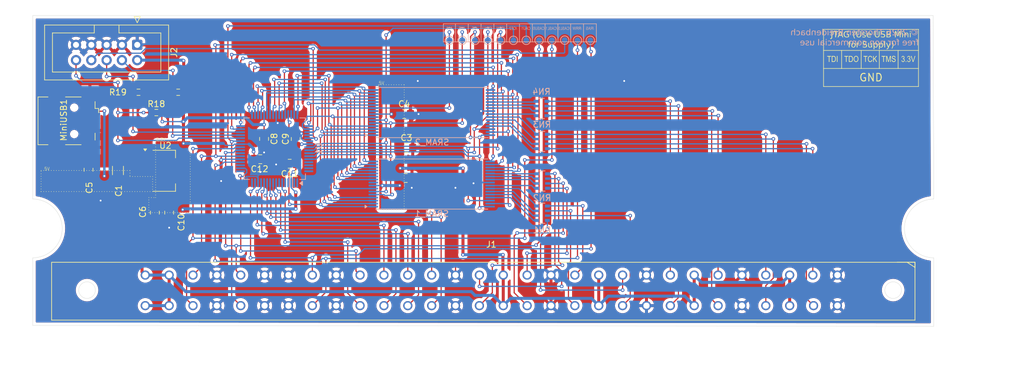
<source format=kicad_pcb>
(kicad_pcb (version 20241229) (generator "pcbnew") (generator_version "9.0")
  (layers (0 "F.Cu" signal) (2 "B.Cu" signal) (13 "F.Paste" user) (15 "B.Paste" user) (5 "F.SilkS" user "F.Silkscreen") (7 "B.SilkS" user "B.Silkscreen") (1 "F.Mask" user) (3 "B.Mask" user) (25 "Edge.Cuts" user))
  (net 0 "")
  (net 1 "+3.3V")
  (net 2 "D15")
  (net 3 "sram_a0")
  (net 4 "{slash}ce1_l")
  (net 5 "{slash}RAS")
  (net 6 "sram_a4")
  (net 7 "sram_a6")
  (net 8 "D1")
  (net 9 "sram_a15")
  (net 10 "sram_a3")
  (net 11 "{slash}we")
  (net 12 "D2")
  (net 13 "sram_a2")
  (net 14 "sram_a1")
  (net 15 "sram_a7")
  (net 16 "{slash}CASU0")
  (net 17 "D10")
  (net 18 "D13")
  (net 19 "{slash}oe")
  (net 20 "D0")
  (net 21 "sram_a10")
  (net 22 "sram_a16")
  (net 23 "sram_a13")
  (net 24 "sram_a14")
  (net 25 "sram_a9")
  (net 26 "sram_a8")
  (net 27 "sram_a11")
  (net 28 "ce2")
  (net 29 "D7")
  (net 30 "sram_a12")
  (net 31 "sram_a5")
  (net 32 "D6")
  (net 33 "DRA3")
  (net 34 "{slash}CASL0")
  (net 35 "DRA1")
  (net 36 "D11")
  (net 37 "DRA7")
  (net 38 "{slash}ce_1_u")
  (net 39 "D14")
  (net 40 "DRA2")
  (net 41 "D3")
  (net 42 "D9")
  (net 43 "DRA4")
  (net 44 "D12")
  (net 45 "DRA0")
  (net 46 "{slash}CASL1")
  (net 47 "{slash}RRW")
  (net 51 "TDI")
  (net 52 "D8")
  (net 53 "{slash}CASU1")
  (net 54 "D4")
  (net 63 "TCK")
  (net 64 "D5")
  (net 66 "DRA6")
  (net 67 "DRA5")
  (net 69 "TMS")
  (net 73 "GND")
  (net 74 "TDO")
  (net 75 "+5V")
  (net 78 "Net-(RN1-R4.1)")
  (net 79 "Net-(RN1-R1.1)")
  (net 80 "Net-(RN1-R3.1)")
  (net 81 "Net-(RN1-R2.1)")
  (net 82 "Net-(RN2-R3.1)")
  (net 83 "Net-(RN2-R4.1)")
  (net 84 "Net-(RN2-R1.1)")
  (net 85 "Net-(RN2-R2.1)")
  (net 86 "Net-(RN3-R3.2)")
  (net 87 "Net-(RN3-R2.2)")
  (net 88 "Net-(RN3-R1.2)")
  (net 89 "Net-(RN3-R4.2)")
  (net 90 "Net-(RN4-R2.2)")
  (net 91 "Net-(RN4-R4.2)")
  (net 92 "Net-(RN4-R3.2)")
  (net 93 "Net-(RN4-R1.2)")
  (footprint "Capacitor_SMD:C_0805_2012Metric_Pad1.18x1.45mm_HandSolder" (layer "F.Cu") (at 113.75 81.625 180)
    (property "Reference" "C11")
    (property "Value" "100nF")
  )
  (footprint "Capacitor_SMD:C_0805_2012Metric_Pad1.18x1.45mm_HandSolder" (layer "F.Cu") (at 80.375 82.625 90)
    (property "Reference" "C5")
    (property "Value" "100nF")
  )
  (footprint "Package_TO_SOT_SMD:SOT-223-3_TabPin2" (layer "F.Cu") (at 92.9 82.8)
    (property "Reference" "U2")
    (property "Value" "LD1117S33TR_SOT223")
  )
  (footprint "Connector_USB:USB_Mini-B_Wuerth_65100516121_Horizontal" (layer "F.Cu") (at 78 74.5 -90)
    (property "Reference" "MiniUSB1" (hide yes))
    (property "Value" "USB_Mini-B_Wuerth" (hide yes))
  )
  (footprint "Capacitor_SMD:C_0805_2012Metric_Pad1.18x1.45mm_HandSolder" (layer "F.Cu") (at 132.75 73.375)
    (property "Reference" "C4")
    (property "Value" "C_Small")
  )
  (footprint "Capacitor_SMD:C_0805_2012Metric_Pad1.18x1.45mm_HandSolder" (layer "F.Cu") (at 133 84)
    (property "Reference" "C2" (hide yes))
    (property "Value" "100nF")
  )
  (footprint "Connector_IDC:IDC-Header_2x05_P2.54mm_Vertical" (layer "F.Cu") (at 88.455 61.875 -90)
    (property "Reference" "J2")
    (property "Value" "Conn_02x05_Odd_Even")
  )
  (footprint "Resistor_SMD:R_0603_1608Metric_Pad0.98x0.95mm_HandSolder" (layer "F.Cu") (at 88.6625 69.75)
    (property "Reference" "R19")
    (property "Value" "10K")
  )
  (footprint "Amiga_diverse_Library:Connector_horizontal_amiga1.04_GREEN" (layer "F.Cu") (at 147.205 105.205)
    (property "Reference" "J1")
    (property "Value" "Front_Connector")
  )
  (footprint "Capacitor_SMD:C_0805_2012Metric_Pad1.18x1.45mm_HandSolder" (layer "F.Cu") (at 108.875 80.875)
    (property "Reference" "C12")
    (property "Value" "100nF")
  )
  (footprint "Capacitor_SMD:C_0805_2012Metric_Pad1.18x1.45mm_HandSolder" (layer "F.Cu") (at 91.375 89.75 -90)
    (property "Reference" "C6")
    (property "Value" "100nF")
  )
  (footprint "Capacitor_SMD:C_0805_2012Metric_Pad1.18x1.45mm_HandSolder" (layer "F.Cu") (at 93.75 89.75 -90)
    (property "Reference" "C10")
    (property "Value" "10uF")
  )
  (footprint "Capacitor_SMD:C_0805_2012Metric_Pad1.18x1.45mm_HandSolder" (layer "F.Cu") (at 114.75 77.5125 90)
    (property "Reference" "C9")
    (property "Value" "100nF")
  )
  (footprint "Capacitor_SMD:C_0805_2012Metric_Pad1.18x1.45mm_HandSolder" (layer "F.Cu") (at 133.125 79)
    (property "Reference" "C3")
    (property "Value" "10uF")
  )
  (footprint "Resistor_SMD:R_0603_1608Metric_Pad0.98x0.95mm_HandSolder" (layer "F.Cu") (at 91.625 73.125)
    (property "Reference" "R18")
    (property "Value" "10K")
  )
  (footprint "Capacitor_SMD:C_1206_3216Metric_Pad1.33x1.80mm_HandSolder" (layer "F.Cu") (at 85.25 82.75 90)
    (property "Reference" "C1")
    (property "Value" "22uF")
  )
  (footprint "Capacitor_SMD:C_0805_2012Metric_Pad1.18x1.45mm_HandSolder" (layer "F.Cu") (at 109.5 77.5 -90)
    (property "Reference" "C8")
    (property "Value" "100nF")
  )
  (footprint "Resistor_SMD:R_0603_1608Metric_Pad0.98x0.95mm_HandSolder" (layer "F.Cu") (at 95.25 69.75)
    (property "Reference" "R17" (hide yes))
    (property "Value" "10k")
  )
  (footprint "TestPoint:TestPoint_Pad_D1.0mm" (layer "B.Cu") (at 157.25 61.125 90)
    (property "Reference" "casl1" (hide yes))
    (property "Value" "TestPoint_Pad_D1.0mm" (hide yes))
  )
  (footprint "TestPoint:TestPoint_Pad_D1.0mm" (layer "B.Cu") (at 140.25 61.125 180)
    (property "Reference" "sram_A16" (hide yes))
    (property "Value" "TestPoint_Pad_D1.0mm" (hide yes))
  )
  (footprint "TestPoint:TestPoint_Pad_D1.0mm" (layer "B.Cu") (at 159.375 61.092714 180)
    (property "Reference" "casl0" (hide yes))
    (property "Value" "TestPoint_Pad_D1.0mm" (hide yes))
  )
  (footprint "TestPoint:TestPoint_Pad_D1.0mm" (layer "B.Cu") (at 148.75 61.125 180)
    (property "Reference" "ce1_l" (hide yes))
    (property "Value" "TestPoint_Pad_D1.0mm" (hide yes))
  )
  (footprint "TestPoint:TestPoint_Pad_D1.0mm" (layer "B.Cu") (at 142.375 61.125 180)
    (property "Reference" "/we" (hide yes))
    (property "Value" "TestPoint_Pad_D1.0mm" (hide yes))
  )
  (footprint "Resistor_SMD:R_Array_Convex_4x0603" (layer "B.Cu") (at 155.625 84.5)
    (property "Reference" "RN2")
    (property "Value" "33r")
  )
  (footprint "Resistor_SMD:R_Array_Convex_4x0603" (layer "B.Cu") (at 155.6 89.85)
    (property "Reference" "RN1")
    (property "Value" "33r")
  )
  (footprint "Package_SO:TSOP-I-32_18.4x8mm_P0.5mm" (layer "B.Cu") (at 137.3125 85)
    (property "Reference" "SRAM_1")
    (property "Value" "CY7C109D")
  )
  (footprint "TestPoint:TestPoint_Pad_D1.0mm" (layer "B.Cu") (at 155.125 61.125 90)
    (property "Reference" "/casu_0" (hide yes))
    (property "Value" "TestPoint_Pad_D1.0mm" (hide yes))
  )
  (footprint "Resistor_SMD:R_Array_Convex_4x0603" (layer "B.Cu") (at 155.525 72.45 180)
    (property "Reference" "RN4")
    (property "Value" "33r")
  )
  (footprint "TestPoint:TestPoint_Pad_D1.0mm" (layer "B.Cu") (at 161.5 61.125 180)
    (property "Reference" "/rrw" (hide yes))
    (property "Value" "TestPoint_Pad_D1.0mm" (hide yes))
  )
  (footprint "Resistor_SMD:R_Array_Convex_4x0603" (layer "B.Cu") (at 155.6 77.925 180)
    (property "Reference" "RN3")
    (property "Value" "33r")
  )
  (footprint "TestPoint:TestPoint_Pad_D1.0mm" (layer "B.Cu") (at 144.5 61.125 180)
    (property "Reference" "/oe" (hide yes))
    (property "Value" "TestPoint_Pad_D1.0mm" (hide yes))
  )
  (footprint "Package_SO:TSOP-I-32_18.4x8mm_P0.5mm" (layer "B.Cu") (at 137.375 73.125)
    (property "Reference" "SRAM_2")
    (property "Value" "CY7C109D")
  )
  (footprint "TestPoint:TestPoint_Pad_D1.0mm" (layer "B.Cu") (at 150.875 61.125 90)
    (property "Reference" "ce2" (hide yes))
    (property "Value" "TestPoint_Pad_D1.0mm" (hide yes))
  )
  (footprint "TestPoint:TestPoint_Pad_D1.0mm" (layer "B.Cu") (at 153 61.125 180)
    (property "Reference" "/casu_1" (hide yes))
    (property "Value" "TestPoint_Pad_D1.0mm" (hide yes))
  )
  (footprint "TestPoint:TestPoint_Pad_D1.0mm" (layer "B.Cu") (at 163.625 61.125 180)
    (property "Reference" "/ras" (hide yes))
    (property "Value" "TestPoint_Pad_D1.0mm" (hide yes))
  )
  (footprint "TestPoint:TestPoint_Pad_D1.0mm" (layer "B.Cu") (at 146.625 61.125 180)
    (property "Reference" "/ce1_u" (hide yes))
    (property "Value" "TestPoint_Pad_D1.0mm" (hide yes))
  )
  (footprint "Package_QFP:TQFP-64_10x10mm_P0.5mm" (layer "B.Cu") (at 111.25 79.125 90)
    (property "Reference" "U1")
    (property "Value" "XC9572XL-xxVQx64")
  )
  (gr_poly (pts (xy 128.5 68.5) (xy 132.75 68.5) (xy 132.738748 89.25) (xy 128.625 89.25)) (stroke (width 0.1) (type dot)) (fill no) (layer "F.SilkS"))
  (gr_poly (pts (xy 91.5 77.875) (xy 97.25 77.875) (xy 97.25 89.75) (xy 90.375 89.75) (xy 90.375 87.25) (xy 91.5 87.25)) (stroke (width 0.1) (type dot)) (fill no) (layer "F.SilkS"))
  (gr_poly (pts (xy 72.5 82.75) (xy 87.25 82.75) (xy 87.25 83.75) (xy 91 83.75) (xy 91 86.25) (xy 72.5 86.25)) (stroke (width 0.1) (type dot)) (fill no) (layer "F.SilkS"))
  (gr_arc (start 71.125 87.5) (mid 76 92.375) (end 71.125 97.25) (stroke (width 0.05)) (layer "Edge.Cuts"))
  (gr_circle (center 80.125 102.625) (end 81.5 102.625) (stroke (width 0.05)) (fill no) (layer "Edge.Cuts"))
  (gr_line (start 71.125 57) (end 220.5 57) (stroke (width 0.05)) (layer "Edge.Cuts"))
  (gr_line (start 220.625 97.25) (end 220.625 108.625) (stroke (width 0.05)) (layer "Edge.Cuts"))
  (gr_circle (center 213.875 102.625) (end 215.25 102.625) (stroke (width 0.05)) (fill no) (layer "Edge.Cuts"))
  (gr_arc (start 220.625 97.25) (mid 215.75 92.375) (end 220.625 87.5) (stroke (width 0.05)) (layer "Edge.Cuts"))
  (gr_line (start 71.125 87.5) (end 71.125 57) (stroke (width 0.05)) (layer "Edge.Cuts"))
  (gr_line (start 220.5 57) (end 220.625 87.5) (stroke (width 0.05)) (layer "Edge.Cuts"))
  (gr_line (start 71.125 108.5) (end 71.125 97.25) (stroke (width 0.05)) (layer "Edge.Cuts"))
  (gr_line (start 220.625 108.625) (end 71.125 108.5) (stroke (width 0.05)) (layer "Edge.Cuts"))
  (gr_text "5V" (at 128.5 68.5 0) (layer "F.SilkS") (effects (font (size 0.5 0.5) (thickness 0.05)) (justify left bottom)))
  (gr_text "5V" (at 73 82.75 0) (layer "F.SilkS") (effects (font (size 0.5 0.5) (thickness 0.05)) (justify left bottom)))
  (gr_text "3.3V" (at 91.5 77.875 0) (layer "F.SilkS") (effects (font (size 0.5 0.5) (thickness 0.05)) (justify left bottom)))
  (gr_text "© 2026 Thorsten Breidenbach\nfree for non commercial use" (at 218.125 62.125 0) (layer "B.SilkS") (effects (font (size 1 1) (thickness 0.1)) (justify left bottom mirror)))
  (table (column_count 12) (layer "B.SilkS") (border (external yes) (header yes) (stroke (width 0.1))) (separators (rows yes) (cols yes) (stroke (width 0.1))) (column_widths 2 2.125 2.125 2.125 2.125 2.125 2.125 2.125 2.125 2.125 2.125 2.125) (row_heights 3) (cells (table_cell "A16" (start 139.25 58.375) (end 141.25 61.375) (margins 1.0025 0.5 1.0025 1.0025) (span 1 1) (layer "B.SilkS") (effects (font (face "Arial Narrow") (size 0.5 0.5)) (justify top mirror))) (table_cell "/WE" (start 141.25 58.375) (end 143.375 61.375) (margins 1.0025 0.5 1.0025 1.0025) (span 1 1) (layer "B.SilkS") (effects (font (face "Arial Narrow") (size 0.5 0.5)) (justify top mirror))) (table_cell "/OE" (start 143.375 58.375) (end 145.5 61.375) (margins 1.0025 0.5 1.0025 1.0025) (span 1 1) (layer "B.SilkS") (effects (font (face "Arial Narrow") (size 0.5 0.5)) (justify top mirror))) (table_cell "/CE1U" (start 145.5 58.375) (end 147.625 61.375) (margins 1.0025 0.5 1.0025 1.0025) (span 1 1) (layer "B.SilkS") (effects (font (face "Arial Narrow") (size 0.5 0.5)) (justify top mirror))) (table_cell "/CE1L" (start 147.625 58.375) (end 149.75 61.375) (margins 1.0025 0.5 1.0025 1.0025) (span 1 1) (layer "B.SilkS") (effects (font (face "Arial Narrow") (size 0.5 0.5)) (justify top mirror))) (table_cell "/CE2" (start 149.75 58.375) (end 151.875 61.375) (margins 1.0025 0.5 1.0025 1.0025) (span 1 1) (layer "B.SilkS") (effects (font (face "Arial Narrow") (size 0.5 0.5)) (justify top mirror))) (table_cell "CAU1" (start 151.875 58.375) (end 154 61.375) (margins 1.0025 0.5 1.0025 1.0025) (span 1 1) (layer "B.SilkS") (effects (font (face "Arial Narrow") (size 0.5 0.5)) (justify top mirror))) (table_cell "CASU0" (start 154 58.375) (end 156.125 61.375) (margins 1.0025 0.5 1.0025 1.0025) (span 1 1) (layer "B.SilkS") (effects (font (face "Arial Narrow") (size 0.5 0.5)) (justify top mirror))) (table_cell "/CASL1" (start 156.125 58.375) (end 158.25 61.375) (margins 1.0025 0.5 1.0025 1.0025) (span 1 1) (layer "B.SilkS") (effects (font (face "Arial Narrow") (size 0.5 0.5)) (justify top mirror))) (table_cell "/CASL0" (start 158.25 58.375) (end 160.375 61.375) (margins 1.0025 0.5 1.0025 1.0025) (span 1 1) (layer "B.SilkS") (effects (font (face "Arial Narrow") (size 0.5 0.5)) (justify top mirror))) (table_cell "/RRW" (start 160.375 58.375) (end 162.5 61.375) (margins 1.0025 0.5 1.0025 1.0025) (span 1 1) (layer "B.SilkS") (effects (font (face "Arial Narrow") (size 0.5 0.5)) (justify top mirror))) (table_cell "/RAS" (start 162.5 58.375) (end 164.625 61.375) (margins 1.0025 0.5 1.0025 1.0025) (span 1 1) (layer "B.SilkS") (effects (font (face "Arial Narrow") (size 0.5 0.5)) (justify top mirror)))))
  (table (column_count 5) (layer "F.SilkS") (border (external yes) (header yes) (stroke (width 0.1))) (separators (rows yes) (cols yes) (stroke (width 0.1))) (column_widths 3 3.25 3 3.125 3.375) (row_heights 3.5 3 3) (cells (table_cell "JTAG (Use USB Mini for Supply)" (start 202.325 59.3) (end 218.075 62.8) (margins 1.0025 1.0025 1.0025 1.0025) (span 5 1) (layer "F.SilkS") (effects (font (face "Arial Narrow") (size 1 1)))) (table_cell "" (start 205.325 59.3) (end 208.575 62.8) (margins 1.0025 1.0025 1.0025 1.0025) (span 0 0) (layer "F.SilkS") (effects (font (size 1.27 1.27)))) (table_cell "" (start 208.575 59.3) (end 211.575 62.8) (margins 1.0025 1.0025 1.0025 1.0025) (span 0 0) (layer "F.SilkS") (effects (font (size 1.27 1.27)))) (table_cell "" (start 211.575 59.3) (end 214.7 62.8) (margins 1.0025 1.0025 1.0025 1.0025) (span 0 0) (layer "F.SilkS") (effects (font (size 1.27 1.27)))) (table_cell "" (start 214.7 59.3) (end 218.075 62.8) (margins 1.0025 1.0025 1.0025 1.0025) (span 0 0) (layer "F.SilkS") (effects (font (size 1.27 1.27)))) (table_cell "TDI" (start 202.325 62.8) (end 205.325 65.8) (margins 1.0025 1.0025 1.0025 1.0025) (span 1 1) (layer "F.SilkS") (effects (font (face "Arial Narrow") (size 1 1)))) (table_cell "TDO" (start 205.325 62.8) (end 208.575 65.8) (margins 1.0025 1.0025 1.0025 1.0025) (span 1 1) (layer "F.SilkS") (effects (font (face "Arial Narrow") (size 1 1)))) (table_cell "TCK" (start 208.575 62.8) (end 211.575 65.8) (margins 1.0025 1.0025 1.0025 1.0025) (span 1 1) (layer "F.SilkS") (effects (font (face "Arial Narrow") (size 1 1)))) (table_cell "TMS" (start 211.575 62.8) (end 214.7 65.8) (margins 1.0025 1.0025 1.0025 1.0025) (span 1 1) (layer "F.SilkS") (effects (font (face "Arial Narrow") (size 1 1)))) (table_cell "3.3V" (start 214.7 62.8) (end 218.075 65.8) (margins 1.0025 1.0025 1.0025 1.0025) (span 1 1) (layer "F.SilkS") (effects (font (face "Arial Narrow") (size 1 1)))) (table_cell "GND" (start 202.325 65.8) (end 218.075 68.8) (margins 1.0025 1.0025 1.0025 1.0025) (span 5 1) (layer "F.SilkS") (effects (font (size 1.27 1.27)))) (table_cell "" (start 205.325 65.8) (end 208.575 68.8) (margins 1.0025 1.0025 1.0025 1.0025) (span 0 0) (layer "F.SilkS") (effects (font (size 1.27 1.27)) (justify left))) (table_cell "" (start 208.575 65.8) (end 211.575 68.8) (margins 1.0025 1.0025 1.0025 1.0025) (span 0 0) (layer "F.SilkS") (effects (font (size 1.27 1.27)) (justify left))) (table_cell "" (start 211.575 65.8) (end 214.7 68.8) (margins 1.0025 1.0025 1.0025 1.0025) (span 0 0) (layer "F.SilkS") (effects (font (size 1.27 1.27)) (justify left))) (table_cell "" (start 214.7 65.8) (end 218.075 68.8) (margins 1.0025 1.0025 1.0025 1.0025) (span 0 0) (layer "F.SilkS") (effects (font (size 1.27 1.27)) (justify left)))))
  (segment (start 96.05 78.325) (end 96.125 78.25) (width 0.5) (layer "F.Cu") (net 1))
  (segment (start 107.8375 80.875) (end 107.8375 79.7125) (width 0.2) (layer "F.Cu") (net 1))
  (segment (start 114.7875 81.625) (end 114.7875 82.5875) (width 0.2) (layer "F.Cu") (net 1))
  (segment (start 114.75 78.375) (end 115.75 78.375) (width 0.2) (layer "F.Cu") (net 1))
  (segment (start 96.05 89.2) (end 96 89.25) (width 0.5) (layer "F.Cu") (net 1))
  (segment (start 93.75 88.7125) (end 95.4625 88.7125) (width 0.2) (layer "F.Cu") (net 1))
  (segment (start 114.7875 81.625) (end 114.7875 81.5875) (width 0.2) (layer "F.Cu") (net 1))
  (segment (start 95.4625 88.7125) (end 96 89.25) (width 0.2) (layer "F.Cu") (net 1))
  (segment (start 114.75 89.125) (end 114.75 86.375) (width 0.5) (layer "F.Cu") (net 1))
  (segment (start 96.1625 64.5375) (end 96.1625 69.75) (width 0.5) (layer "F.Cu") (net 1))
  (segment (start 114.7875 81.5875) (end 114.75 81.55) (width 0.2) (layer "F.Cu") (net 1))
  (segment (start 96.125 78.25) (end 96.125 74.625) (width 0.5) (layer "F.Cu") (net 1))
  (segment (start 114.7875 82.5875) (end 114.375 83) (width 0.2) (layer "F.Cu") (net 1))
  (segment (start 96.05 82.8) (end 96.05 78.325) (width 0.5) (layer "F.Cu") (net 1))
  (segment (start 107.8375 79.7125) (end 107.75 79.625) (width 0.2) (layer "F.Cu") (net 1))
  (segment (start 114.75 81.55) (end 114.75 78.375) (width 0.2) (layer "F.Cu") (net 1))
  (segment (start 92.5375 73.125) (end 92.5375 74.5375) (width 0.2) (layer "F.Cu") (net 1))
  (segment (start 96.125 74.625) (end 96.125 69.7875) (width 0.5) (layer "F.Cu") (net 1))
  (segment (start 96.05 82.8) (end 96.05 89.2) (width 0.5) (layer "F.Cu") (net 1))
  (segment (start 115.575 78.55) (end 115.75 78.375) (width 0.2) (layer "F.Cu") (net 1))
  (segment (start 89.75 82.8) (end 96.05 82.8) (width 0.2) (layer "F.Cu") (net 1))
  (segment (start 109.5 76.4625) (end 109.5 75.125) (width 0.2) (layer "F.Cu") (net 1))
  (segment (start 114.75 78.55) (end 115.575 78.55) (width 0.2) (layer "F.Cu") (net 1))
  (segment (start 92.5375 74.5375) (end 92.625 74.625) (width 0.2) (layer "F.Cu") (net 1))
  (segment (start 96.125 69.7875) (end 96.1625 69.75) (width 0.5) (layer "F.Cu") (net 1))
  (segment (start 96.125 64.5) (end 96.1625 64.5375) (width 0.5) (layer "F.Cu") (net 1))
  (segment (start 91.375 88.7125) (end 93.75 88.7125) (width 0.2) (layer "F.Cu") (net 1))
  (via blind (at 96 89.25) (size 0.6) (drill 0.3) (layers "F.Cu" "B.Cu") (net 1))
  (via blind (at 115.75 78.375) (size 0.6) (drill 0.3) (layers "F.Cu" "B.Cu") (net 1))
  (via blind (at 114.375 83) (size 0.6) (drill 0.3) (layers "F.Cu" "B.Cu") (net 1))
  (via blind (at 114.75 89.125) (size 0.6) (drill 0.3) (layers "F.Cu" "B.Cu") (net 1))
  (via blind (at 96.125 64.5) (size 0.6) (drill 0.3) (layers "F.Cu" "B.Cu") (net 1))
  (via blind (at 96.125 74.625) (size 0.6) (drill 0.3) (layers "F.Cu" "B.Cu") (net 1))
  (via blind (at 114.75 86.375) (size 0.6) (drill 0.3) (layers "F.Cu" "B.Cu") (net 1))
  (via blind (at 109.5 75.125) (size 0.6) (drill 0.3) (layers "F.Cu" "B.Cu") (net 1))
  (via blind (at 96.125 78.25) (size 0.6) (drill 0.3) (layers "F.Cu" "B.Cu") (net 1))
  (via blind (at 107.75 79.625) (size 0.6) (drill 0.3) (layers "F.Cu" "B.Cu") (net 1))
  (via blind (at 92.625 74.625) (size 0.6) (drill 0.3) (layers "F.Cu" "B.Cu") (net 1))
  (segment (start 104.373943 78.576) (end 103.076 78.576) (width 0.2) (layer "B.Cu") (net 1))
  (segment (start 107.679044 75.125) (end 109.5 75.125) (width 0.5) (layer "B.Cu") (net 1))
  (segment (start 114 83.375) (end 114 84.7875) (width 0.2) (layer "B.Cu") (net 1))
  (segment (start 96.751 73.999) (end 106.553044 73.999) (width 0.5) (layer "B.Cu") (net 1))
  (segment (start 96.04 64.415) (end 88.455 64.415) (width 0.5) (layer "B.Cu") (net 1))
  (segment (start 104.574943 78.375) (end 104.373943 78.576) (width 0.2) (layer "B.Cu") (net 1))
  (segment (start 96.125 89.125) (end 114.75 89.125) (width 0.5) (layer "B.Cu") (net 1))
  (segment (start 96.125 64.5) (end 96.04 64.415) (width 0.5) (layer "B.Cu") (net 1))
  (segment (start 116.9125 78.375) (end 115.75 78.375) (width 0.2) (layer "B.Cu") (net 1))
  (segment (start 109.5 73.4625) (end 109.5 75.125) (width 0.2) (layer "B.Cu") (net 1))
  (segment (start 103.076 78.576) (end 102.75 78.25) (width 0.2) (layer "B.Cu") (net 1))
  (segment (start 107 78.375) (end 107.75 79.125) (width 0.5) (layer "B.Cu") (net 1))
  (segment (start 96 89.25) (end 96.125 89.125) (width 0.5) (layer "B.Cu") (net 1))
  (segment (start 96.125 74.625) (end 96.751 73.999) (width 0.5) (layer "B.Cu") (net 1))
  (segment (start 114 84.7875) (end 114 85.625) (width 0.2) (layer "B.Cu") (net 1))
  (segment (start 96.125 78.25) (end 102.75 78.25) (width 0.5) (layer "B.Cu") (net 1))
  (segment (start 114.375 83) (end 114 83.375) (width 0.2) (layer "B.Cu") (net 1))
  (segment (start 106.553044 73.999) (end 107.679044 75.125) (width 0.5) (layer "B.Cu") (net 1))
  (segment (start 92.625 74.625) (end 96.125 74.625) (width 0.2) (layer "B.Cu") (net 1))
  (segment (start 107.75 79.125) (end 107.75 79.625) (width 0.5) (layer "B.Cu") (net 1))
  (segment (start 107 78.375) (end 105.5875 78.375) (width 0.2) (layer "B.Cu") (net 1))
  (segment (start 105.5875 78.375) (end 104.574943 78.375) (width 0.2) (layer "B.Cu") (net 1))
  (segment (start 114 85.625) (end 114.75 86.375) (width 0.2) (layer "B.Cu") (net 1))
  (segment (start 200.5 79.125) (end 200.545 79.17) (width 0.2) (layer "F.Cu") (net 2))
  (segment (start 200.545 79.17) (end 200.545 100.125) (width 0.2) (layer "F.Cu") (net 2))
  (via blind (at 200.5 79.125) (size 0.6) (drill 0.3) (layers "F.Cu" "B.Cu") (net 2))
  (segment (start 156.5 79.125) (end 200.5 79.125) (width 0.2) (layer "B.Cu") (net 2))
  (segment (start 151.625 82.625) (end 151.75 82.625) (width 0.2) (layer "F.Cu") (net 3))
  (segment (start 151.5 70.625) (end 151.625 70.75) (width 0.2) (layer "F.Cu") (net 3))
  (segment (start 151.625 70.75) (end 151.625 82.625) (width 0.2) (layer "F.Cu") (net 3))
  (segment (start 104.125 63.5) (end 104.125 75.625) (width 0.2) (layer "F.Cu") (net 3))
  (segment (start 151.5 70.625) (end 151.5 63.5) (width 0.2) (layer "F.Cu") (net 3))
  (segment (start 151.75 82.625) (end 151.8125 82.6875) (width 0.2) (layer "F.Cu") (net 3))
  (via blind (at 151.5 70.625) (size 0.6) (drill 0.3) (layers "F.Cu" "B.Cu") (net 3))
  (via blind (at 151.5 63.5) (size 0.6) (drill 0.3) (layers "F.Cu" "B.Cu") (net 3))
  (via blind (at 104.125 63.5) (size 0.6) (drill 0.3) (layers "F.Cu" "B.Cu") (net 3))
  (via blind (at 104.125 75.625) (size 0.6) (drill 0.3) (layers "F.Cu" "B.Cu") (net 3))
  (via blind (at 151.8125 82.6875) (size 0.6) (drill 0.3) (layers "F.Cu" "B.Cu") (net 3))
  (segment (start 105.5875 75.875) (end 104.375 75.875) (width 0.2) (layer "B.Cu") (net 3))
  (segment (start 151.5 63.5) (end 104.125 63.5) (width 0.2) (layer "B.Cu") (net 3))
  (segment (start 150.650057 82.75) (end 150.775057 82.875) (width 0.2) (layer "B.Cu") (net 3))
  (segment (start 147 82.75) (end 150.650057 82.75) (width 0.2) (layer "B.Cu") (net 3))
  (segment (start 151.25 70.875) (end 151.5 70.625) (width 0.2) (layer "B.Cu") (net 3))
  (segment (start 147.0625 70.875) (end 151.25 70.875) (width 0.2) (layer "B.Cu") (net 3))
  (segment (start 150.775057 82.875) (end 151.625 82.875) (width 0.2) (layer "B.Cu") (net 3))
  (segment (start 104.375 75.875) (end 104.125 75.625) (width 0.2) (layer "B.Cu") (net 3))
  (segment (start 151.625 82.875) (end 151.8125 82.6875) (width 0.2) (layer "B.Cu") (net 3))
  (segment (start 143.375 79.125) (end 143.375 87.75) (width 0.2) (layer "F.Cu") (net 4))
  (segment (start 148.25 60.25) (end 148.25 79.125) (width 0.2) (layer "F.Cu") (net 4))
  (segment (start 148.75 59.75) (end 148.25 60.25) (width 0.2) (layer "F.Cu") (net 4))
  (via blind (at 148.75 59.75) (size 0.6) (drill 0.3) (layers "F.Cu" "B.Cu") (net 4))
  (via blind (at 143.375 79.125) (size 0.6) (drill 0.3) (layers "F.Cu" "B.Cu") (net 4))
  (via blind (at 148.25 79.125) (size 0.6) (drill 0.3) (layers "F.Cu" "B.Cu") (net 4))
  (via blind (at 143.375 87.75) (size 0.6) (drill 0.3) (layers "F.Cu" "B.Cu") (net 4))
  (segment (start 116.9125 79.375) (end 117.750924 79.375) (width 0.2) (layer "B.Cu") (net 4))
  (segment (start 142.976 78.726) (end 143.375 79.125) (width 0.2) (layer "B.Cu") (net 4))
  (segment (start 148 78.875) (end 143.625 78.875) (width 0.2) (layer "B.Cu") (net 4))
  (segment (start 117.750924 79.375) (end 118.399924 78.726) (width 0.2) (layer "B.Cu") (net 4))
  (segment (start 143.625 78.875) (end 143.375 79.125) (width 0.2) (layer "B.Cu") (net 4))
  (segment (start 148.25 79.125) (end 148 78.875) (width 0.2) (layer "B.Cu") (net 4))
  (segment (start 143.375 87.75) (end 147 87.75) (width 0.2) (layer "B.Cu") (net 4))
  (segment (start 148.75 61.125) (end 148.75 59.75) (width 0.2) (layer "B.Cu") (net 4))
  (segment (start 118.399924 78.726) (end 142.976 78.726) (width 0.2) (layer "B.Cu") (net 4))
  (segment (start 107.25 86.25) (end 107.25 97.25) (width 0.2) (layer "F.Cu") (net 5))
  (segment (start 117.505 97.255) (end 117.505 100.125) (width 0.2) (layer "F.Cu") (net 5))
  (segment (start 163.75 95.75) (end 163.75 63) (width 0.2) (layer "F.Cu") (net 5))
  (segment (start 117.5 97.25) (end 117.505 97.255) (width 0.2) (layer "F.Cu") (net 5))
  (via blind (at 163.75 63) (size 0.6) (drill 0.3) (layers "F.Cu" "B.Cu") (net 5))
  (via blind (at 107.25 86.25) (size 0.6) (drill 0.3) (layers "F.Cu" "B.Cu") (net 5))
  (via blind (at 163.75 95.75) (size 0.6) (drill 0.3) (layers "F.Cu" "B.Cu") (net 5))
  (via blind (at 107.25 97.25) (size 0.6) (drill 0.3) (layers "F.Cu" "B.Cu") (net 5))
  (via blind (at 117.5 97.25) (size 0.6) (drill 0.3) (layers "F.Cu" "B.Cu") (net 5))
  (segment (start 126.125 95.75) (end 163.75 95.75) (width 0.2) (layer "B.Cu") (net 5))
  (segment (start 108 84.7875) (end 108 85.558824) (width 0.2) (layer "B.Cu") (net 5))
  (segment (start 125.101 96.774) (end 126.125 95.75) (width 0.2) (layer "B.Cu") (net 5))
  (segment (start 107.25 97.25) (end 117.5 97.25) (width 0.2) (layer "B.Cu") (net 5))
  (segment (start 163.625 61.125) (end 163.625 62.875) (width 0.2) (layer "B.Cu") (net 5))
  (segment (start 117.976 96.774) (end 125.101 96.774) (width 0.2) (layer "B.Cu") (net 5))
  (segment (start 107.308824 86.25) (end 107.25 86.25) (width 0.2) (layer "B.Cu") (net 5))
  (segment (start 117.5 97.25) (end 117.976 96.774) (width 0.2) (layer "B.Cu") (net 5))
  (segment (start 163.625 62.875) (end 163.75 63) (width 0.2) (layer "B.Cu") (net 5))
  (segment (start 108 85.558824) (end 107.308824 86.25) (width 0.2) (layer "B.Cu") (net 5))
  (segment (start 108.5 68.875) (end 108.375 68.75) (width 0.2) (layer "F.Cu") (net 6))
  (segment (start 126.125 81) (end 126.125 69.25) (width 0.2) (layer "F.Cu") (net 6))
  (segment (start 126.125 69.25) (end 126 69.125) (width 0.2) (layer "F.Cu") (net 6))
  (segment (start 108.5 71.625) (end 108.5 68.875) (width 0.2) (layer "F.Cu") (net 6))
  (via blind (at 108.5 71.625) (size 0.6) (drill 0.3) (layers "F.Cu" "B.Cu") (net 6))
  (via blind (at 108.375 68.75) (size 0.6) (drill 0.3) (layers "F.Cu" "B.Cu") (net 6))
  (via blind (at 126 69.125) (size 0.6) (drill 0.3) (layers "F.Cu" "B.Cu") (net 6))
  (via blind (at 126.125 81) (size 0.6) (drill 0.3) (layers "F.Cu" "B.Cu") (net 6))
  (segment (start 108.375 68.75) (end 108.5 68.875) (width 0.2) (layer "B.Cu") (net 6))
  (segment (start 127.6875 69.375) (end 126.25 69.375) (width 0.2) (layer "B.Cu") (net 6))
  (segment (start 126 69.125) (end 125.75 68.875) (width 0.2) (layer "B.Cu") (net 6))
  (segment (start 108.5 68.875) (end 125.75 68.875) (width 0.2) (layer "B.Cu") (net 6))
  (segment (start 126.25 69.375) (end 126 69.125) (width 0.2) (layer "B.Cu") (net 6))
  (segment (start 127.625 81.25) (end 126.375 81.25) (width 0.2) (layer "B.Cu") (net 6))
  (segment (start 126.375 81.25) (end 126.125 81) (width 0.2) (layer "B.Cu") (net 6))
  (segment (start 108.5 71.625) (end 108.5 73.4625) (width 0.2) (layer "B.Cu") (net 6))
  (segment (start 124.5 70.125) (end 124.5 82) (width 0.2) (layer "F.Cu") (net 7))
  (via blind (at 124.5 82) (size 0.6) (drill 0.3) (layers "F.Cu" "B.Cu") (net 7))
  (via blind (at 124.5 70.125) (size 0.6) (drill 0.3) (layers "F.Cu" "B.Cu") (net 7))
  (segment (start 109.923 72.614176) (end 109.951 72.642176) (width 0.2) (layer "B.Cu") (net 7))
  (segment (start 127.625 82.25) (end 124.75 82.25) (width 0.2) (layer "B.Cu") (net 7))
  (segment (start 124.5 70.125) (end 124.25 69.875) (width 0.2) (layer "B.Cu") (net 7))
  (segment (start 124.75 70.375) (end 127.6875 70.375) (width 0.2) (layer "B.Cu") (net 7))
  (segment (start 124.75 82.25) (end 124.5 82) (width 0.2) (layer "B.Cu") (net 7))
  (segment (start 124.5 70.125) (end 124.75 70.375) (width 0.2) (layer "B.Cu") (net 7))
  (segment (start 109.951 72.642176) (end 109.951 73.4135) (width 0.2) (layer "B.Cu") (net 7))
  (segment (start 124.25 69.875) (end 109.923 69.875) (width 0.2) (layer "B.Cu") (net 7))
  (segment (start 109.923 69.875) (end 109.923 72.614176) (width 0.2) (layer "B.Cu") (net 7))
  (segment (start 109.951 73.4135) (end 110 73.4625) (width 0.2) (layer "B.Cu") (net 7))
  (segment (start 158.375 97.875) (end 159 98.5) (width 0.2) (layer "F.Cu") (net 8))
  (segment (start 158.375 84.125) (end 158.375 97.875) (width 0.2) (layer "F.Cu") (net 8))
  (segment (start 147.375 98.5) (end 147.375 103.055) (width 0.2) (layer "F.Cu") (net 8))
  (segment (start 147.375 103.055) (end 145.225 105.205) (width 0.2) (layer "F.Cu") (net 8))
  (via blind (at 158.375 84.125) (size 0.6) (drill 0.3) (layers "F.Cu" "B.Cu") (net 8))
  (via blind (at 159 98.5) (size 0.6) (drill 0.3) (layers "F.Cu" "B.Cu") (net 8))
  (via blind (at 147.375 98.5) (size 0.6) (drill 0.3) (layers "F.Cu" "B.Cu") (net 8))
  (segment (start 159 98.5) (end 147.375 98.5) (width 0.2) (layer "B.Cu") (net 8))
  (segment (start 156.525 84.1) (end 158.35 84.1) (width 0.2) (layer "B.Cu") (net 8))
  (segment (start 158.35 84.1) (end 158.375 84.125) (width 0.2) (layer "B.Cu") (net 8))
  (segment (start 121.125 74) (end 120.875 73.75) (width 0.2) (layer "F.Cu") (net 9))
  (segment (start 121.125 85.375) (end 121.125 74) (width 0.2) (layer "F.Cu") (net 9))
  (segment (start 121.25 85.5) (end 121.125 85.375) (width 0.2) (layer "F.Cu") (net 9))
  (via blind (at 120.875 73.75) (size 0.6) (drill 0.3) (layers "F.Cu" "B.Cu") (net 9))
  (via blind (at 121.25 85.5) (size 0.6) (drill 0.3) (layers "F.Cu" "B.Cu") (net 9))
  (segment (start 121 73.875) (end 120.875 73.75) (width 0.2) (layer "B.Cu") (net 9))
  (segment (start 116.625 73.75) (end 116.625 74.25) (width 0.2) (layer "B.Cu") (net 9))
  (segment (start 116.625 73.75) (end 120.875 73.75) (width 0.2) (layer "B.Cu") (net 9))
  (segment (start 127.6875 73.875) (end 121 73.875) (width 0.2) (layer "B.Cu") (net 9))
  (segment (start 115.874 75.001) (end 115.874 75.607824) (width 0.2) (layer "B.Cu") (net 9))
  (segment (start 116.625 74.25) (end 115.874 75.001) (width 0.2) (layer "B.Cu") (net 9))
  (segment (start 121.5 85.75) (end 127.625 85.75) (width 0.2) (layer "B.Cu") (net 9))
  (segment (start 116.141176 75.875) (end 116.9125 75.875) (width 0.2) (layer "B.Cu") (net 9))
  (segment (start 115.874 75.607824) (end 116.141176 75.875) (width 0.2) (layer "B.Cu") (net 9))
  (segment (start 121.25 85.5) (end 121.5 85.75) (width 0.2) (layer "B.Cu") (net 9))
  (segment (start 147.5 68.75) (end 147.5 65.625) (width 0.2) (layer "F.Cu") (net 10))
  (segment (start 147.5 68.75) (end 147.5 80.375) (width 0.2) (layer "F.Cu") (net 10))
  (segment (start 107.75 72.125) (end 107.75 65.875) (width 0.2) (layer "F.Cu") (net 10))
  (segment (start 107.875 72.25) (end 107.75 72.125) (width 0.2) (layer "F.Cu") (net 10))
  (segment (start 107.75 65.875) (end 108 65.625) (width 0.2) (layer "F.Cu") (net 10))
  (via blind (at 107.875 72.25) (size 0.6) (drill 0.3) (layers "F.Cu" "B.Cu") (net 10))
  (via blind (at 147.5 80.375) (size 0.6) (drill 0.3) (layers "F.Cu" "B.Cu") (net 10))
  (via blind (at 147.5 65.625) (size 0.6) (drill 0.3) (layers "F.Cu" "B.Cu") (net 10))
  (via blind (at 147.5 68.75) (size 0.6) (drill 0.3) (layers "F.Cu" "B.Cu") (net 10))
  (via blind (at 108 65.625) (size 0.6) (drill 0.3) (layers "F.Cu" "B.Cu") (net 10))
  (segment (start 147.5 80.75) (end 147 81.25) (width 0.2) (layer "B.Cu") (net 10))
  (segment (start 147.5 68.9375) (end 147.5 68.75) (width 0.2) (layer "B.Cu") (net 10))
  (segment (start 147.5 65.625) (end 108 65.625) (width 0.2) (layer "B.Cu") (net 10))
  (segment (start 147.0625 69.375) (end 147.5 68.9375) (width 0.2) (layer "B.Cu") (net 10))
  (segment (start 107.951 72.642176) (end 107.875 72.566176) (width 0.2) (layer "B.Cu") (net 10))
  (segment (start 107.951 73.4135) (end 107.951 72.642176) (width 0.2) (layer "B.Cu") (net 10))
  (segment (start 107.875 72.566176) (end 107.875 72.25) (width 0.2) (layer "B.Cu") (net 10))
  (segment (start 108 73.4625) (end 107.951 73.4135) (width 0.2) (layer "B.Cu") (net 10))
  (segment (start 147.5 80.375) (end 147.5 80.75) (width 0.2) (layer "B.Cu") (net 10))
  (segment (start 130.75 86.75) (end 130.5 86.5) (width 0.2) (layer "F.Cu") (net 11))
  (segment (start 130.5 80.375) (end 130.5 74.875) (width 0.2) (layer "F.Cu") (net 11))
  (segment (start 142.375 59.75) (end 142.375 74.875) (width 0.2) (layer "F.Cu") (net 11))
  (segment (start 130.5 86.5) (end 130.5 80.375) (width 0.2) (layer "F.Cu") (net 11))
  (via blind (at 130.5 80.375) (size 0.6) (drill 0.3) (layers "F.Cu" "B.Cu") (net 11))
  (via blind (at 130.75 86.75) (size 0.6) (drill 0.3) (layers "F.Cu" "B.Cu") (net 11))
  (via blind (at 130.5 74.875) (size 0.6) (drill 0.3) (layers "F.Cu" "B.Cu") (net 11))
  (via blind (at 142.375 74.875) (size 0.6) (drill 0.3) (layers "F.Cu" "B.Cu") (net 11))
  (via blind (at 142.375 59.75) (size 0.6) (drill 0.3) (layers "F.Cu" "B.Cu") (net 11))
  (segment (start 128.609824 74.976) (end 128.508824 74.875) (width 0.2) (layer "B.Cu") (net 11))
  (segment (start 128.508824 74.875) (end 127.6875 74.875) (width 0.2) (layer "B.Cu") (net 11))
  (segment (start 130.25 80.125) (end 130.5 80.375) (width 0.2) (layer "B.Cu") (net 11))
  (segment (start 142.375 74.875) (end 130.5 74.875) (width 0.2) (layer "B.Cu") (net 11))
  (segment (start 142.375 61.125) (end 142.375 59.75) (width 0.2) (layer "B.Cu") (net 11))
  (segment (start 130.625 86.875) (end 130.75 86.75) (width 0.2) (layer "B.Cu") (net 11))
  (segment (start 129.400057 86.75) (end 129.525057 86.875) (width 0.2) (layer "B.Cu") (net 11))
  (segment (start 130.5 74.875) (end 130.399 74.976) (width 0.2) (layer "B.Cu") (net 11))
  (segment (start 129.525057 86.875) (end 130.625 86.875) (width 0.2) (layer "B.Cu") (net 11))
  (segment (start 127.625 86.75) (end 129.400057 86.75) (width 0.2) (layer "B.Cu") (net 11))
  (segment (start 118.875 80.125) (end 130.25 80.125) (width 0.2) (layer "B.Cu") (net 11))
  (segment (start 116.9125 80.875) (end 118.125 80.875) (width 0.2) (layer "B.Cu") (net 11))
  (segment (start 118.125 80.875) (end 118.875 80.125) (width 0.2) (layer "B.Cu") (net 11))
  (segment (start 130.399 74.976) (end 128.609824 74.976) (width 0.2) (layer "B.Cu") (net 11))
  (segment (start 159.125 93.15) (end 159.125 84.875) (width 0.2) (layer "F.Cu") (net 12))
  (segment (start 151 93.625) (end 151 103.06) (width 0.2) (layer "F.Cu") (net 12))
  (segment (start 151.5 93.125) (end 151 93.625) (width 0.2) (layer "F.Cu") (net 12))
  (segment (start 151 103.06) (end 153.145 105.205) (width 0.2) (layer "F.Cu") (net 12))
  (via blind (at 159.125 84.875) (size 0.6) (drill 0.3) (layers "F.Cu" "B.Cu") (net 12))
  (via blind (at 151.5 93.125) (size 0.6) (drill 0.3) (layers "F.Cu" "B.Cu") (net 12))
  (via blind (at 159.125 93.15) (size 0.6) (drill 0.3) (layers "F.Cu" "B.Cu") (net 12))
  (segment (start 159 93.125) (end 159.025 93.15) (width 0.2) (layer "B.Cu") (net 12))
  (segment (start 151.5 93.125) (end 159 93.125) (width 0.2) (layer "B.Cu") (net 12))
  (segment (start 156.525 84.9) (end 159.1 84.9) (width 0.2) (layer "B.Cu") (net 12))
  (segment (start 159.025 93.15) (end 159.125 93.15) (width 0.2) (layer "B.Cu") (net 12))
  (segment (start 149.125 81) (end 149 81.125) (width 0.2) (layer "F.Cu") (net 13))
  (segment (start 107 65.125) (end 107.25 64.875) (width 0.2) (layer "F.Cu") (net 13))
  (segment (start 107 72.25) (end 107 65.125) (width 0.2) (layer "F.Cu") (net 13))
  (segment (start 148.875 64.875) (end 148.875 69.375) (width 0.2) (layer "F.Cu") (net 13))
  (segment (start 149.125 69.625) (end 149.125 81) (width 0.2) (layer "F.Cu") (net 13))
  (segment (start 148.875 69.375) (end 149.125 69.625) (width 0.2) (layer "F.Cu") (net 13))
  (via blind (at 107 72.25) (size 0.6) (drill 0.3) (layers "F.Cu" "B.Cu") (net 13))
  (via blind (at 107.25 64.875) (size 0.6) (drill 0.3) (layers "F.Cu" "B.Cu") (net 13))
  (via blind (at 149 81.125) (size 0.6) (drill 0.3) (layers "F.Cu" "B.Cu") (net 13))
  (via blind (at 149.125 69.625) (size 0.6) (drill 0.3) (layers "F.Cu" "B.Cu") (net 13))
  (via blind (at 148.875 64.875) (size 0.6) (drill 0.3) (layers "F.Cu" "B.Cu") (net 13))
  (segment (start 147 81.75) (end 148.375 81.75) (width 0.2) (layer "B.Cu") (net 13))
  (segment (start 148.375 81.75) (end 149 81.125) (width 0.2) (layer "B.Cu") (net 13))
  (segment (start 107 72.9625) (end 107 72.25) (width 0.2) (layer "B.Cu") (net 13))
  (segment (start 148.875 64.875) (end 107.25 64.875) (width 0.2) (layer "B.Cu") (net 13))
  (segment (start 148.875 69.875) (end 149.125 69.625) (width 0.2) (layer "B.Cu") (net 13))
  (segment (start 147.0625 69.875) (end 148.875 69.875) (width 0.2) (layer "B.Cu") (net 13))
  (segment (start 107.5 73.4625) (end 107 72.9625) (width 0.2) (layer "B.Cu") (net 13))
  (segment (start 150.75 70.125) (end 150.75 64.25) (width 0.2) (layer "F.Cu") (net 14))
  (segment (start 105.625 64.5) (end 105.625 74.75) (width 0.2) (layer "F.Cu") (net 14))
  (segment (start 106 64.125) (end 105.625 64.5) (width 0.2) (layer "F.Cu") (net 14))
  (segment (start 150.75 64.25) (end 150.875 64.125) (width 0.2) (layer "F.Cu") (net 14))
  (segment (start 150.75 82) (end 151 82.25) (width 0.2) (layer "F.Cu") (net 14))
  (segment (start 150.75 70.125) (end 150.75 82) (width 0.2) (layer "F.Cu") (net 14))
  (via blind (at 150.875 64.125) (size 0.6) (drill 0.3) (layers "F.Cu" "B.Cu") (net 14))
  (via blind (at 151 82.25) (size 0.6) (drill 0.3) (layers "F.Cu" "B.Cu") (net 14))
  (via blind (at 105.625 74.75) (size 0.6) (drill 0.3) (layers "F.Cu" "B.Cu") (net 14))
  (via blind (at 106 64.125) (size 0.6) (drill 0.3) (layers "F.Cu" "B.Cu") (net 14))
  (via blind (at 150.75 70.125) (size 0.6) (drill 0.3) (layers "F.Cu" "B.Cu") (net 14))
  (segment (start 105.5875 74.7875) (end 105.625 74.75) (width 0.2) (layer "B.Cu") (net 14))
  (segment (start 147.0625 70.375) (end 150.5 70.375) (width 0.2) (layer "B.Cu") (net 14))
  (segment (start 150.5 70.375) (end 150.75 70.125) (width 0.2) (layer "B.Cu") (net 14))
  (segment (start 147 82.25) (end 151 82.25) (width 0.2) (layer "B.Cu") (net 14))
  (segment (start 105.5875 75.375) (end 105.5875 74.7875) (width 0.2) (layer "B.Cu") (net 14))
  (segment (start 150.875 64.125) (end 106 64.125) (width 0.2) (layer "B.Cu") (net 14))
  (segment (start 123.875 70.875) (end 123.5 70.5) (width 0.2) (layer "F.Cu") (net 15))
  (segment (start 123.934313 82.565687) (end 123.875 82.506374) (width 0.2) (layer "F.Cu") (net 15))
  (segment (start 123.875 82.506374) (end 123.875 70.875) (width 0.2) (layer "F.Cu") (net 15))
  (via blind (at 123.934313 82.565687) (size 0.6) (drill 0.3) (layers "F.Cu" "B.Cu") (net 15))
  (via blind (at 123.5 70.5) (size 0.6) (drill 0.3) (layers "F.Cu" "B.Cu") (net 15))
  (segment (start 123.5 70.5) (end 123.476 70.524) (width 0.2) (layer "B.Cu") (net 15))
  (segment (start 110.524 70.524) (end 110.5 70.548) (width 0.2) (layer "B.Cu") (net 15))
  (segment (start 123.934313 82.565687) (end 124.118626 82.75) (width 0.2) (layer "B.Cu") (net 15))
  (segment (start 127.6875 70.875) (end 123.875 70.875) (width 0.2) (layer "B.Cu") (net 15))
  (segment (start 110.5 70.548) (end 110.5 73.4625) (width 0.2) (layer "B.Cu") (net 15))
  (segment (start 124.118626 82.75) (end 127.625 82.75) (width 0.2) (layer "B.Cu") (net 15))
  (segment (start 123.875 70.875) (end 123.5 70.5) (width 0.2) (layer "B.Cu") (net 15))
  (segment (start 110.524 70.524) (end 123.476 70.524) (width 0.2) (layer "B.Cu") (net 15))
  (segment (start 155.125 94.65) (end 154.625 95.15) (width 0.2) (layer "F.Cu") (net 16))
  (segment (start 103.125 79.775) (end 103.125 95.25) (width 0.2) (layer "F.Cu") (net 16))
  (segment (start 104.875 95.25) (end 104.875 99.375) (width 0.2) (layer "F.Cu") (net 16))
  (segment (start 155.125 62.625) (end 155.125 94.65) (width 0.2) (layer "F.Cu") (net 16))
  (segment (start 104.875 99.375) (end 105.625 100.125) (width 0.2) (layer "F.Cu") (net 16))
  (via blind (at 103.125 95.25) (size 0.6) (drill 0.3) (layers "F.Cu" "B.Cu") (net 16))
  (via blind (at 104.875 95.25) (size 0.6) (drill 0.3) (layers "F.Cu" "B.Cu") (net 16))
  (via blind (at 154.625 95.15) (size 0.6) (drill 0.3) (layers "F.Cu" "B.Cu") (net 16))
  (via blind (at 155.125 62.625) (size 0.6) (drill 0.3) (layers "F.Cu" "B.Cu") (net 16))
  (via blind (at 103.125 79.775) (size 0.6) (drill 0.3) (layers "F.Cu" "B.Cu") (net 16))
  (segment (start 104.875 95.25) (end 103.125 95.25) (width 0.2) (layer "B.Cu") (net 16))
  (segment (start 155.125 61.125) (end 155.125 62.625) (width 0.2) (layer "B.Cu") (net 16))
  (segment (start 154.525 95.25) (end 104.875 95.25) (width 0.2) (layer "B.Cu") (net 16))
  (segment (start 104.475 79.775) (end 104.5 79.75) (width 0.2) (layer "B.Cu") (net 16))
  (segment (start 154.625 95.15) (end 154.525 95.25) (width 0.2) (layer "B.Cu") (net 16))
  (segment (start 103.125 79.775) (end 104.475 79.775) (width 0.2) (layer "B.Cu") (net 16))
  (segment (start 104.5 79.75) (end 104.5 79.691176) (width 0.2) (layer "B.Cu") (net 16))
  (segment (start 104.5 79.691176) (end 104.816176 79.375) (width 0.2) (layer "B.Cu") (net 16))
  (segment (start 104.816176 79.375) (end 105.5875 79.375) (width 0.2) (layer "B.Cu") (net 16))
  (segment (start 183.875 72.85) (end 183.762 72.963) (width 0.2) (layer "F.Cu") (net 17))
  (segment (start 183.762 104.142) (end 184.825 105.205) (width 0.2) (layer "F.Cu") (net 17))
  (segment (start 183.762 72.963) (end 183.762 104.142) (width 0.2) (layer "F.Cu") (net 17))
  (via blind (at 183.875 72.85) (size 0.6) (drill 0.3) (layers "F.Cu" "B.Cu") (net 17))
  (segment (start 156.425 72.85) (end 183.875 72.85) (width 0.2) (layer "B.Cu") (net 17))
  (segment (start 192.745 101.88) (end 192.745 105.205) (width 0.2) (layer "F.Cu") (net 18))
  (segment (start 194 100.625) (end 192.745 101.88) (width 0.2) (layer "F.Cu") (net 18))
  (segment (start 194 77.5) (end 194 100.625) (width 0.2) (layer "F.Cu") (net 18))
  (via blind (at 194 77.5) (size 0.6) (drill 0.3) (layers "F.Cu" "B.Cu") (net 18))
  (segment (start 156.5 77.525) (end 193.975 77.525) (width 0.2) (layer "B.Cu") (net 18))
  (segment (start 193.975 77.525) (end 194 77.5) (width 0.2) (layer "B.Cu") (net 18))
  (segment (start 144.5 59.75) (end 143.75 60.5) (width 0.2) (layer "F.Cu") (net 19))
  (segment (start 145.25 80.375) (end 145.25 77.25) (width 0.2) (layer "F.Cu") (net 19))
  (segment (start 143.75 60.5) (end 143.75 77.25) (width 0.2) (layer "F.Cu") (net 19))
  (segment (start 145.25 89) (end 145.25 80.375) (width 0.2) (layer "F.Cu") (net 19))
  (via blind (at 145.25 77.25) (size 0.6) (drill 0.3) (layers "F.Cu" "B.Cu") (net 19))
  (via blind (at 144.5 59.75) (size 0.6) (drill 0.3) (layers "F.Cu" "B.Cu") (net 19))
  (via blind (at 145.25 89) (size 0.6) (drill 0.3) (layers "F.Cu" "B.Cu") (net 19))
  (via blind (at 145.25 80.375) (size 0.6) (drill 0.3) (layers "F.Cu" "B.Cu") (net 19))
  (via blind (at 143.75 77.25) (size 0.6) (drill 0.3) (layers "F.Cu" "B.Cu") (net 19))
  (segment (start 143.207957 80.375) (end 145.25 80.375) (width 0.2) (layer "B.Cu") (net 19))
  (segment (start 144.5 61.125) (end 144.5 59.75) (width 0.2) (layer "B.Cu") (net 19))
  (segment (start 147.0625 76.875) (end 145.625 76.875) (width 0.2) (layer "B.Cu") (net 19))
  (segment (start 142.483957 79.651) (end 143.207957 80.375) (width 0.2) (layer "B.Cu") (net 19))
  (segment (start 145.5 88.75) (end 147 88.75) (width 0.2) (layer "B.Cu") (net 19))
  (segment (start 145.25 89) (end 145.5 88.75) (width 0.2) (layer "B.Cu") (net 19))
  (segment (start 116.9125 80.375) (end 117.885124 80.375) (width 0.2) (layer "B.Cu") (net 19))
  (segment (start 118.609124 79.651) (end 142.483957 79.651) (width 0.2) (layer "B.Cu") (net 19))
  (segment (start 117.885124 80.375) (end 118.609124 79.651) (width 0.2) (layer "B.Cu") (net 19))
  (segment (start 143.75 77.25) (end 145.25 77.25) (width 0.2) (layer "B.Cu") (net 19))
  (segment (start 145.625 76.875) (end 145.25 77.25) (width 0.2) (layer "B.Cu") (net 19))
  (segment (start 157.75 98.375) (end 157.75 83.25) (width 0.2) (layer "F.Cu") (net 20))
  (segment (start 158.875 99.5) (end 157.75 98.375) (width 0.2) (layer "F.Cu") (net 20))
  (segment (start 145.25 100.15) (end 145.225 100.125) (width 0.2) (layer "F.Cu") (net 20))
  (segment (start 145.25 102) (end 145.25 100.15) (width 0.2) (layer "F.Cu") (net 20))
  (segment (start 158.875 102) (end 158.875 99.5) (width 0.2) (layer "F.Cu") (net 20))
  (via blind (at 157.75 83.25) (size 0.6) (drill 0.3) (layers "F.Cu" "B.Cu") (net 20))
  (via blind (at 158.875 102) (size 0.6) (drill 0.3) (layers "F.Cu" "B.Cu") (net 20))
  (via blind (at 145.25 102) (size 0.6) (drill 0.3) (layers "F.Cu" "B.Cu") (net 20))
  (segment (start 145.25 102) (end 158.875 102) (width 0.2) (layer "B.Cu") (net 20))
  (segment (start 157.7 83.3) (end 157.75 83.25) (width 0.2) (layer "B.Cu") (net 20))
  (segment (start 156.525 83.3) (end 157.7 83.3) (width 0.2) (layer "B.Cu") (net 20))
  (segment (start 150 88.25) (end 150.25 88.5) (width 0.2) (layer "F.Cu") (net 21))
  (segment (start 112.875 71.625) (end 112.875 66.25) (width 0.2) (layer "F.Cu") (net 21))
  (segment (start 150 66.25) (end 150 76.25) (width 0.2) (layer "F.Cu") (net 21))
  (segment (start 150 76.25) (end 150 88.25) (width 0.2) (layer "F.Cu") (net 21))
  (via blind (at 150.25 88.5) (size 0.6) (drill 0.3) (layers "F.Cu" "B.Cu") (net 21))
  (via blind (at 112.875 66.25) (size 0.6) (drill 0.3) (layers "F.Cu" "B.Cu") (net 21))
  (via blind (at 150 66.25) (size 0.6) (drill 0.3) (layers "F.Cu" "B.Cu") (net 21))
  (via blind (at 150 76.25) (size 0.6) (drill 0.3) (layers "F.Cu" "B.Cu") (net 21))
  (via blind (at 112.875 71.625) (size 0.6) (drill 0.3) (layers "F.Cu" "B.Cu") (net 21))
  (segment (start 150 88.25) (end 150.25 88.5) (width 0.2) (layer "B.Cu") (net 21))
  (segment (start 149.875 76.375) (end 150 76.25) (width 0.2) (layer "B.Cu") (net 21))
  (segment (start 113 73.4625) (end 113 71.875) (width 0.2) (layer "B.Cu") (net 21))
  (segment (start 147.0625 76.375) (end 149.875 76.375) (width 0.2) (layer "B.Cu") (net 21))
  (segment (start 112.875 66.25) (end 150 66.25) (width 0.2) (layer "B.Cu") (net 21))
  (segment (start 113 71.875) (end 112.875 71.75) (width 0.2) (layer "B.Cu") (net 21))
  (segment (start 112.875 71.75) (end 112.875 71.625) (width 0.2) (layer "B.Cu") (net 21))
  (segment (start 147 88.25) (end 150 88.25) (width 0.2) (layer "B.Cu") (net 21))
  (segment (start 140.25 59.75) (end 140.25 72.375) (width 0.2) (layer "F.Cu") (net 22))
  (segment (start 118.375 75.75) (end 118.375 72.375) (width 0.2) (layer "F.Cu") (net 22))
  (segment (start 121.75 72.375) (end 121.75 84) (width 0.2) (layer "F.Cu") (net 22))
  (via blind (at 121.75 84) (size 0.6) (drill 0.3) (layers "F.Cu" "B.Cu") (net 22))
  (via blind (at 118.375 72.375) (size 0.6) (drill 0.3) (layers "F.Cu" "B.Cu") (net 22))
  (via blind (at 121.75 72.375) (size 0.6) (drill 0.3) (layers "F.Cu" "B.Cu") (net 22))
  (via blind (at 140.25 59.75) (size 0.6) (drill 0.3) (layers "F.Cu" "B.Cu") (net 22))
  (via blind (at 140.25 72.375) (size 0.6) (drill 0.3) (layers "F.Cu" "B.Cu") (net 22))
  (via blind (at 118.375 75.75) (size 0.6) (drill 0.3) (layers "F.Cu" "B.Cu") (net 22))
  (segment (start 116.9125 76.375) (end 117.75 76.375) (width 0.2) (layer "B.Cu") (net 22))
  (segment (start 122 84.25) (end 121.75 84) (width 0.2) (layer "B.Cu") (net 22))
  (segment (start 140.25 61.125) (end 140.25 59.75) (width 0.2) (layer "B.Cu") (net 22))
  (segment (start 127.625 84.25) (end 122 84.25) (width 0.2) (layer "B.Cu") (net 22))
  (segment (start 118.375 72.375) (end 121.75 72.375) (width 0.2) (layer "B.Cu") (net 22))
  (segment (start 121.75 72.375) (end 127.6875 72.375) (width 0.2) (layer "B.Cu") (net 22))
  (segment (start 140.25 72.375) (end 127.6875 72.375) (width 0.2) (layer "B.Cu") (net 22))
  (segment (start 117.75 76.375) (end 118.375 75.75) (width 0.2) (layer "B.Cu") (net 22))
  (segment (start 121.25 87.15) (end 120.625 86.525) (width 0.2) (layer "F.Cu") (net 23))
  (segment (start 120.25 67) (end 120.25 75) (width 0.2) (layer "F.Cu") (net 23))
  (segment (start 120.25 75) (end 120.375 75.125) (width 0.2) (layer "F.Cu") (net 23))
  (segment (start 120.625 75.25) (end 120.5 75.125) (width 0.2) (layer "F.Cu") (net 23))
  (segment (start 120.5 75.125) (end 120.375 75.125) (width 0.2) (layer "F.Cu") (net 23))
  (segment (start 115 67) (end 115.125 67.125) (width 0.2) (layer "F.Cu") (net 23))
  (segment (start 115.125 67.125) (end 115.125 72.125) (width 0.2) (layer "F.Cu") (net 23))
  (segment (start 120.625 86.525) (end 120.625 75.25) (width 0.2) (layer "F.Cu") (net 23))
  (via blind (at 121.25 87.15) (size 0.6) (drill 0.3) (layers "F.Cu" "B.Cu") (net 23))
  (via blind (at 115 67) (size 0.6) (drill 0.3) (layers "F.Cu" "B.Cu") (net 23))
  (via blind (at 120.25 67) (size 0.6) (drill 0.3) (layers "F.Cu" "B.Cu") (net 23))
  (via blind (at 115.125 72.125) (size 0.6) (drill 0.3) (layers "F.Cu" "B.Cu") (net 23))
  (via blind (at 120.375 75.125) (size 0.6) (drill 0.3) (layers "F.Cu" "B.Cu") (net 23))
  (segment (start 121.25 87.15) (end 121.35 87.25) (width 0.2) (layer "B.Cu") (net 23))
  (segment (start 120.5 75.125) (end 120.75 75.375) (width 0.2) (layer "B.Cu") (net 23))
  (segment (start 115.125 73.3375) (end 115 73.4625) (width 0.2) (layer "B.Cu") (net 23))
  (segment (start 120.75 75.375) (end 127.6875 75.375) (width 0.2) (layer "B.Cu") (net 23))
  (segment (start 121.35 87.25) (end 127.625 87.25) (width 0.2) (layer "B.Cu") (net 23))
  (segment (start 120.375 75.125) (end 120.5 75.125) (width 0.2) (layer "B.Cu") (net 23))
  (segment (start 115 67) (end 120.25 67) (width 0.2) (layer "B.Cu") (net 23))
  (segment (start 115.125 72.125) (end 115.125 73.3375) (width 0.2) (layer "B.Cu") (net 23))
  (segment (start 122.375 83.5) (end 122.375 71.875) (width 0.2) (layer "F.Cu") (net 24))
  (segment (start 117.1 71.6) (end 117.25 71.75) (width 0.2) (layer "F.Cu") (net 24))
  (segment (start 116.875 71.6) (end 117.1 71.6) (width 0.2) (layer "F.Cu") (net 24))
  (segment (start 117.25 74.47353) (end 116.924265 74.799265) (width 0.2) (layer "F.Cu") (net 24))
  (segment (start 122.375 71.875) (end 122.125 71.625) (width 0.2) (layer "F.Cu") (net 24))
  (segment (start 117.25 71.75) (end 117.25 74.47353) (width 0.2) (layer "F.Cu") (net 24))
  (via blind (at 122.375 83.5) (size 0.6) (drill 0.3) (layers "F.Cu" "B.Cu") (net 24))
  (via blind (at 116.924265 74.799265) (size 0.6) (drill 0.3) (layers "F.Cu" "B.Cu") (net 24))
  (via blind (at 116.875 71.6) (size 0.6) (drill 0.3) (layers "F.Cu" "B.Cu") (net 24))
  (via blind (at 122.125 71.625) (size 0.6) (drill 0.3) (layers "F.Cu" "B.Cu") (net 24))
  (segment (start 127.6875 71.875) (end 122.375 71.875) (width 0.2) (layer "B.Cu") (net 24))
  (segment (start 116.924265 74.799265) (end 116.924265 75.363235) (width 0.2) (layer "B.Cu") (net 24))
  (segment (start 122.1 71.6) (end 122.125 71.625) (width 0.2) (layer "B.Cu") (net 24))
  (segment (start 122.375 71.875) (end 122.125 71.625) (width 0.2) (layer "B.Cu") (net 24))
  (segment (start 127.625 83.75) (end 122.625 83.75) (width 0.2) (layer "B.Cu") (net 24))
  (segment (start 116.924265 75.363235) (end 116.9125 75.375) (width 0.2) (layer "B.Cu") (net 24))
  (segment (start 122.625 83.75) (end 122.375 83.5) (width 0.2) (layer "B.Cu") (net 24))
  (segment (start 116.875 71.6) (end 122.1 71.6) (width 0.2) (layer "B.Cu") (net 24))
  (segment (start 119.05 68.475) (end 119.125 68.55) (width 0.2) (layer "F.Cu") (net 25))
  (segment (start 119.5 76.65) (end 119.125 76.275) (width 0.2) (layer "F.Cu") (net 25))
  (segment (start 112 68.25) (end 112 71.875) (width 0.2) (layer "F.Cu") (net 25))
  (segment (start 112 71.875) (end 112.25 72.125) (width 0.2) (layer "F.Cu") (net 25))
  (segment (start 119.5 87.875) (end 119.5 76.65) (width 0.2) (layer "F.Cu") (net 25))
  (segment (start 119.125 68.55) (end 119.125 76.275) (width 0.2) (layer "F.Cu") (net 25))
  (segment (start 119.05 68.25) (end 119.05 68.475) (width 0.2) (layer "F.Cu") (net 25))
  (via blind (at 119.125 76.275) (size 0.6) (drill 0.3) (layers "F.Cu" "B.Cu") (net 25))
  (via blind (at 112.25 72.125) (size 0.6) (drill 0.3) (layers "F.Cu" "B.Cu") (net 25))
  (via blind (at 119.5 87.875) (size 0.6) (drill 0.3) (layers "F.Cu" "B.Cu") (net 25))
  (via blind (at 119.05 68.25) (size 0.6) (drill 0.3) (layers "F.Cu" "B.Cu") (net 25))
  (via blind (at 112 68.25) (size 0.6) (drill 0.3) (layers "F.Cu" "B.Cu") (net 25))
  (segment (start 119.125 76.275) (end 119.225 76.375) (width 0.2) (layer "B.Cu") (net 25))
  (segment (start 112 68.25) (end 119.05 68.25) (width 0.2) (layer "B.Cu") (net 25))
  (segment (start 119.225 76.375) (end 127.6875 76.375) (width 0.2) (layer "B.Cu") (net 25))
  (segment (start 119.5 87.875) (end 119.875 88.25) (width 0.2) (layer "B.Cu") (net 25))
  (segment (start 112 72.375) (end 112 73.4625) (width 0.2) (layer "B.Cu") (net 25))
  (segment (start 112.25 72.125) (end 112 72.375) (width 0.2) (layer "B.Cu") (net 25))
  (segment (start 119.875 88.25) (end 127.625 88.25) (width 0.2) (layer "B.Cu") (net 25))
  (segment (start 119.65 75.65) (end 119.75 75.75) (width 0.2) (layer "F.Cu") (net 26))
  (segment (start 119.984998 87.09) (end 119.984998 75.984998) (width 0.2) (layer "F.Cu") (net 26))
  (segment (start 111.25 72.125) (end 111.25 67.75) (width 0.2) (layer "F.Cu") (net 26))
  (segment (start 119.65 67.625) (end 119.65 75.65) (width 0.2) (layer "F.Cu") (net 26))
  (segment (start 119.984998 75.984998) (end 119.75 75.75) (width 0.2) (layer "F.Cu") (net 26))
  (segment (start 111.25 67.75) (end 111.125 67.625) (width 0.2) (layer "F.Cu") (net 26))
  (segment (start 120.375 87.480002) (end 119.984998 87.09) (width 0.2) (layer "F.Cu") (net 26))
  (via blind (at 119.75 75.75) (size 0.6) (drill 0.3) (layers "F.Cu" "B.Cu") (net 26))
  (via blind (at 119.65 67.625) (size 0.6) (drill 0.3) (layers "F.Cu" "B.Cu") (net 26))
  (via blind (at 111.125 67.625) (size 0.6) (drill 0.3) (layers "F.Cu" "B.Cu") (net 26))
  (via blind (at 111.25 72.125) (size 0.6) (drill 0.3) (layers "F.Cu" "B.Cu") (net 26))
  (via blind (at 120.375 87.480002) (size 0.6) (drill 0.3) (layers "F.Cu" "B.Cu") (net 26))
  (segment (start 111 73.4625) (end 111 72.375) (width 0.2) (layer "B.Cu") (net 26))
  (segment (start 120.644998 87.75) (end 127.625 87.75) (width 0.2) (layer "B.Cu") (net 26))
  (segment (start 111.125 67.625) (end 119.65 67.625) (width 0.2) (layer "B.Cu") (net 26))
  (segment (start 119.875 75.875) (end 119.75 75.75) (width 0.2) (layer "B.Cu") (net 26))
  (segment (start 120.375 87.480002) (end 120.644998 87.75) (width 0.2) (layer "B.Cu") (net 26))
  (segment (start 111 72.375) (end 111.25 72.125) (width 0.2) (layer "B.Cu") (net 26))
  (segment (start 127.6875 75.875) (end 119.875 75.875) (width 0.2) (layer "B.Cu") (net 26))
  (segment (start 118.849 77.042761) (end 118.849 88.349) (width 0.2) (layer "F.Cu") (net 27))
  (segment (start 118.849 88.349) (end 118.875 88.375) (width 0.2) (layer "F.Cu") (net 27))
  (segment (start 118.861425 77.030336) (end 118.849 77.042761) (width 0.2) (layer "F.Cu") (net 27))
  (segment (start 113.75 88.375) (end 113.625 88.25) (width 0.2) (layer "F.Cu") (net 27))
  (segment (start 113.625 88.25) (end 113.625 74.875) (width 0.2) (layer "F.Cu") (net 27))
  (segment (start 113.625 74.875) (end 113.75 74.75) (width 0.2) (layer "F.Cu") (net 27))
  (via blind (at 113.75 74.75) (size 0.6) (drill 0.3) (layers "F.Cu" "B.Cu") (net 27))
  (via blind (at 113.75 88.375) (size 0.6) (drill 0.3) (layers "F.Cu" "B.Cu") (net 27))
  (via blind (at 118.861425 77.030336) (size 0.6) (drill 0.3) (layers "F.Cu" "B.Cu") (net 27))
  (via blind (at 118.875 88.375) (size 0.6) (drill 0.3) (layers "F.Cu" "B.Cu") (net 27))
  (segment (start 113.5 73.4625) (end 113.5 74.5) (width 0.2) (layer "B.Cu") (net 27))
  (segment (start 118.875 88.375) (end 119.25 88.75) (width 0.2) (layer "B.Cu") (net 27))
  (segment (start 119.016761 76.875) (end 127.6875 76.875) (width 0.2) (layer "B.Cu") (net 27))
  (segment (start 113.75 88.375) (end 118.875 88.375) (width 0.2) (layer "B.Cu") (net 27))
  (segment (start 113.5 74.5) (end 113.75 74.75) (width 0.2) (layer "B.Cu") (net 27))
  (segment (start 119.25 88.75) (end 127.625 88.75) (width 0.2) (layer "B.Cu") (net 27))
  (segment (start 118.861425 77.030336) (end 119.016761 76.875) (width 0.2) (layer "B.Cu") (net 27))
  (segment (start 129.75 78.125) (end 129.75 74.375) (width 0.2) (layer "F.Cu") (net 28))
  (segment (start 129.75 78.125) (end 129.75 86.25) (width 0.2) (layer "F.Cu") (net 28))
  (segment (start 129.75 60.25) (end 129.75 74.375) (width 0.2) (layer "F.Cu") (net 28))
  (via blind (at 129.75 86.25) (size 0.6) (drill 0.3) (layers "F.Cu" "B.Cu") (net 28))
  (via blind (at 129.75 78.125) (size 0.6) (drill 0.3) (layers "F.Cu" "B.Cu") (net 28))
  (via blind (at 129.75 74.375) (size 0.6) (drill 0.3) (layers "F.Cu" "B.Cu") (net 28))
  (via blind (at 129.75 60.25) (size 0.6) (drill 0.3) (layers "F.Cu" "B.Cu") (net 28))
  (segment (start 119.25 78.25) (end 119.175 78.325) (width 0.2) (layer "B.Cu") (net 28))
  (segment (start 150.875 59.25) (end 150.75 59.125) (width 0.2) (layer "B.Cu") (net 28))
  (segment (start 127.6875 74.375) (end 129.75 74.375) (width 0.2) (layer "B.Cu") (net 28))
  (segment (start 129.625 78.25) (end 119.25 78.25) (width 0.2) (layer "B.Cu") (net 28))
  (segment (start 130.875 59.125) (end 129.75 60.25) (width 0.2) (layer "B.Cu") (net 28))
  (segment (start 129.75 78.125) (end 129.625 78.25) (width 0.2) (layer "B.Cu") (net 28))
  (segment (start 127.625 86.25) (end 129.75 86.25) (width 0.2) (layer "B.Cu") (net 28))
  (segment (start 150.875 61.125) (end 150.875 59.25) (width 0.2) (layer "B.Cu") (net 28))
  (segment (start 119.175 78.325) (end 118.233824 78.325) (width 0.2) (layer "B.Cu") (net 28))
  (segment (start 118.233824 78.325) (end 117.683824 78.875) (width 0.2) (layer "B.Cu") (net 28))
  (segment (start 150.75 59.125) (end 130.875 59.125) (width 0.2) (layer "B.Cu") (net 28))
  (segment (start 117.683824 78.875) (end 116.9125 78.875) (width 0.2) (layer "B.Cu") (net 28))
  (segment (start 168.985 102.625) (end 168.985 100.125) (width 0.2) (layer "F.Cu") (net 29))
  (segment (start 155.375 94.9671) (end 155.526 94.8161) (width 0.2) (layer "F.Cu") (net 29))
  (segment (start 155.375 102.6) (end 155.375 94.9671) (width 0.2) (layer "F.Cu") (net 29))
  (segment (start 155.526 93.474) (end 156.5 92.5) (width 0.2) (layer "F.Cu") (net 29))
  (segment (start 155.526 94.8161) (end 155.526 93.474) (width 0.2) (layer "F.Cu") (net 29))
  (via blind (at 168.985 102.625) (size 0.6) (drill 0.3) (layers "F.Cu" "B.Cu") (net 29))
  (via blind (at 155.375 102.6) (size 0.6) (drill 0.3) (layers "F.Cu" "B.Cu") (net 29))
  (via blind (at 156.5 92.5) (size 0.6) (drill 0.3) (layers "F.Cu" "B.Cu") (net 29))
  (segment (start 156.5 91.05) (end 156.5 92.5) (width 0.2) (layer "B.Cu") (net 29))
  (segment (start 155.4 102.625) (end 168.985 102.625) (width 0.2) (layer "B.Cu") (net 29))
  (segment (start 155.375 102.6) (end 155.4 102.625) (width 0.2) (layer "B.Cu") (net 29))
  (segment (start 123.25 83.15) (end 123.25 71.375) (width 0.2) (layer "F.Cu") (net 30))
  (segment (start 123.25 71.375) (end 123 71.125) (width 0.2) (layer "F.Cu") (net 30))
  (via blind (at 123 71.125) (size 0.6) (drill 0.3) (layers "F.Cu" "B.Cu") (net 30))
  (via blind (at 123.25 83.15) (size 0.6) (drill 0.3) (layers "F.Cu" "B.Cu") (net 30))
  (segment (start 123.25 83.15) (end 123.35 83.25) (width 0.2) (layer "B.Cu") (net 30))
  (segment (start 114.5 71) (end 122.875 71) (width 0.2) (layer "B.Cu") (net 30))
  (segment (start 114.5 73.4625) (end 114.5 71) (width 0.2) (layer "B.Cu") (net 30))
  (segment (start 123.35 83.25) (end 127.625 83.25) (width 0.2) (layer "B.Cu") (net 30))
  (segment (start 122.875 71) (end 123 71.125) (width 0.2) (layer "B.Cu") (net 30))
  (segment (start 127.6875 71.375) (end 123.25 71.375) (width 0.2) (layer "B.Cu") (net 30))
  (segment (start 123.25 71.375) (end 123 71.125) (width 0.2) (layer "B.Cu") (net 30))
  (segment (start 125.375 81.625) (end 125.375 69.597595) (width 0.2) (layer "F.Cu") (net 31))
  (segment (start 109.25 69.625) (end 109.125 69.5) (width 0.2) (layer "F.Cu") (net 31))
  (segment (start 109.25 72.25) (end 109.25 69.625) (width 0.2) (layer "F.Cu") (net 31))
  (segment (start 125.375 69.597595) (end 125.314003 69.536598) (width 0.2) (layer "F.Cu") (net 31))
  (via blind (at 125.375 81.625) (size 0.6) (drill 0.3) (layers "F.Cu" "B.Cu") (net 31))
  (via blind (at 109.25 72.25) (size 0.6) (drill 0.3) (layers "F.Cu" "B.Cu") (net 31))
  (via blind (at 109.125 69.5) (size 0.6) (drill 0.3) (layers "F.Cu" "B.Cu") (net 31))
  (via blind (at 125.314003 69.536598) (size 0.6) (drill 0.3) (layers "F.Cu" "B.Cu") (net 31))
  (segment (start 124.4161 69.474) (end 109.151 69.474) (width 0.2) (layer "B.Cu") (net 31))
  (segment (start 109.049 72.642176) (end 109.049 73.4135) (width 0.2) (layer "B.Cu") (net 31))
  (segment (start 124.4421 69.5) (end 124.4161 69.474) (width 0.2) (layer "B.Cu") (net 31))
  (segment (start 125.277405 69.5) (end 124.4421 69.5) (width 0.2) (layer "B.Cu") (net 31))
  (segment (start 109.049 73.4135) (end 109 73.4625) (width 0.2) (layer "B.Cu") (net 31))
  (segment (start 125.314003 69.536598) (end 125.277405 69.5) (width 0.2) (layer "B.Cu") (net 31))
  (segment (start 109.25 72.25) (end 109.25 72.441176) (width 0.2) (layer "B.Cu") (net 31))
  (segment (start 109.151 69.474) (end 109.125 69.5) (width 0.2) (layer "B.Cu") (net 31))
  (segment (start 125.652405 69.875) (end 127.6875 69.875) (width 0.2) (layer "B.Cu") (net 31))
  (segment (start 125.314003 69.536598) (end 125.652405 69.875) (width 0.2) (layer "B.Cu") (net 31))
  (segment (start 125.5 81.75) (end 125.375 81.625) (width 0.2) (layer "B.Cu") (net 31))
  (segment (start 127.625 81.75) (end 125.5 81.75) (width 0.2) (layer "B.Cu") (net 31))
  (segment (start 109.25 72.441176) (end 109.049 72.642176) (width 0.2) (layer "B.Cu") (net 31))
  (segment (start 170.25 90.25) (end 170.25 103.94) (width 0.2) (layer "F.Cu") (net 32))
  (segment (start 170.25 103.94) (end 168.985 105.205) (width 0.2) (layer "F.Cu") (net 32))
  (via blind (at 170.25 90.25) (size 0.6) (drill 0.3) (layers "F.Cu" "B.Cu") (net 32))
  (segment (start 156.5 90.25) (end 170.25 90.25) (width 0.2) (layer "B.Cu") (net 32))
  (segment (start 138.875 103.635) (end 137.305 105.205) (width 0.2) (layer "F.Cu") (net 33))
  (segment (start 138.875 90.5) (end 138.875 103.635) (width 0.2) (layer "F.Cu") (net 33))
  (segment (start 110.625 90.5) (end 110.625 86.875) (width 0.2) (layer "F.Cu") (net 33))
  (via blind (at 110.625 90.5) (size 0.6) (drill 0.3) (layers "F.Cu" "B.Cu") (net 33))
  (via blind (at 138.875 90.5) (size 0.6) (drill 0.3) (layers "F.Cu" "B.Cu") (net 33))
  (via blind (at 110.625 86.875) (size 0.6) (drill 0.3) (layers "F.Cu" "B.Cu") (net 33))
  (segment (start 110.5 86.75) (end 110.625 86.875) (width 0.2) (layer "B.Cu") (net 33))
  (segment (start 138.875 90.5) (end 110.625 90.5) (width 0.2) (layer "B.Cu") (net 33))
  (segment (start 110.5 84.7875) (end 110.5 86.75) (width 0.2) (layer "B.Cu") (net 33))
  (segment (start 101.5 80.375) (end 101.5 62.025) (width 0.2) (layer "F.Cu") (net 34))
  (segment (start 99.125 80.375) (end 99.125 98.705) (width 0.2) (layer "F.Cu") (net 34))
  (segment (start 99.125 98.705) (end 97.705 100.125) (width 0.2) (layer "F.Cu") (net 34))
  (segment (start 101.5 62.025) (end 101.375 61.9) (width 0.2) (layer "F.Cu") (net 34))
  (via blind (at 99.125 80.375) (size 0.6) (drill 0.3) (layers "F.Cu" "B.Cu") (net 34))
  (via blind (at 101.5 80.375) (size 0.6) (drill 0.3) (layers "F.Cu" "B.Cu") (net 34))
  (via blind (at 101.375 61.9) (size 0.6) (drill 0.3) (layers "F.Cu" "B.Cu") (net 34))
  (segment (start 118.724943 62.75) (end 151.599943 62.75) (width 0.2) (layer "B.Cu") (net 34))
  (segment (start 99.125 80.375) (end 101.5 80.375) (width 0.2) (layer "B.Cu") (net 34))
  (segment (start 151.599943 62.75) (end 152.099943 63.25) (width 0.2) (layer "B.Cu") (net 34))
  (segment (start 101.4 61.875) (end 117.849943 61.875) (width 0.2) (layer "B.Cu") (net 34))
  (segment (start 159.375 63.125) (end 159.375 61.092714) (width 0.2) (layer "B.Cu") (net 34))
  (segment (start 117.849943 61.875) (end 118.724943 62.75) (width 0.2) (layer "B.Cu") (net 34))
  (segment (start 159.25 63.25) (end 159.375 63.125) (width 0.2) (layer "B.Cu") (net 34))
  (segment (start 101.375 61.9) (end 101.4 61.875) (width 0.2) (layer "B.Cu") (net 34))
  (segment (start 152.099943 63.25) (end 159.25 63.25) (width 0.2) (layer "B.Cu") (net 34))
  (segment (start 101.5 80.375) (end 105.5875 80.375) (width 0.2) (layer "B.Cu") (net 34))
  (segment (start 131.375 103.215) (end 129.385 105.205) (width 0.2) (layer "F.Cu") (net 35))
  (segment (start 112 86.25) (end 112.25 86.5) (width 0.2) (layer "F.Cu") (net 35))
  (segment (start 131.375 92.625) (end 131.375 103.215) (width 0.2) (layer "F.Cu") (net 35))
  (segment (start 112.25 86.5) (end 112.25 92.625) (width 0.2) (layer "F.Cu") (net 35))
  (via blind (at 112.25 92.625) (size 0.6) (drill 0.3) (layers "F.Cu" "B.Cu") (net 35))
  (via blind (at 131.375 92.625) (size 0.6) (drill 0.3) (layers "F.Cu" "B.Cu") (net 35))
  (via blind (at 112 86.25) (size 0.6) (drill 0.3) (layers "F.Cu" "B.Cu") (net 35))
  (segment (start 111.5 84.7875) (end 111.5 85.75) (width 0.2) (layer "B.Cu") (net 35))
  (segment (start 111.5 85.75) (end 112 86.25) (width 0.2) (layer "B.Cu") (net 35))
  (segment (start 112.25 92.625) (end 131.375 92.625) (width 0.2) (layer "B.Cu") (net 35))
  (segment (start 184.875 73.625) (end 184.875 73.75) (width 0.2) (layer "F.Cu") (net 36))
  (segment (start 184.875 73.75) (end 184.825 73.8) (width 0.2) (layer "F.Cu") (net 36))
  (segment (start 184.825 73.8) (end 184.825 100.125) (width 0.2) (layer "F.Cu") (net 36))
  (via blind (at 184.875 73.625) (size 0.6) (drill 0.3) (layers "F.Cu" "B.Cu") (net 36))
  (segment (start 156.425 73.65) (end 184.85 73.65) (width 0.2) (layer "B.Cu") (net 36))
  (segment (start 184.85 73.65) (end 184.875 73.625) (width 0.2) (layer "B.Cu") (net 36))
  (segment (start 105.625 96.125) (end 105.625 83.75) (width 0.2) (layer "F.Cu") (net 37))
  (segment (start 105.625 83.75) (end 105.5 83.625) (width 0.2) (layer "F.Cu") (net 37))
  (segment (start 124.75 99.45) (end 124.75 96.125) (width 0.2) (layer "F.Cu") (net 37))
  (segment (start 125.425 100.125) (end 124.75 99.45) (width 0.2) (layer "F.Cu") (net 37))
  (via blind (at 124.75 96.125) (size 0.6) (drill 0.3) (layers "F.Cu" "B.Cu") (net 37))
  (via blind (at 105.625 96.125) (size 0.6) (drill 0.3) (layers "F.Cu" "B.Cu") (net 37))
  (via blind (at 105.5 83.625) (size 0.6) (drill 0.3) (layers "F.Cu" "B.Cu") (net 37))
  (segment (start 105.983824 83.75) (end 106.626 83.107824) (width 0.2) (layer "B.Cu") (net 37))
  (segment (start 106.375 82.375) (end 105.5875 82.375) (width 0.2) (layer "B.Cu") (net 37))
  (segment (start 106.626 82.626) (end 106.375 82.375) (width 0.2) (layer "B.Cu") (net 37))
  (segment (start 106.626 83.107824) (end 106.626 82.626) (width 0.2) (layer "B.Cu") (net 37))
  (segment (start 105.5 83.625) (end 105.625 83.75) (width 0.2) (layer "B.Cu") (net 37))
  (segment (start 124.75 96.125) (end 105.625 96.125) (width 0.2) (layer "B.Cu") (net 37))
  (segment (start 105.625 83.75) (end 105.983824 83.75) (width 0.2) (layer "B.Cu") (net 37))
  (segment (start 144.375 79.75) (end 144.375 75.875) (width 0.2) (layer "F.Cu") (net 38))
  (segment (start 146.625 59.75) (end 146.625 73.625) (width 0.2) (layer "F.Cu") (net 38))
  (segment (start 146.625 73.625) (end 144.375 75.875) (width 0.2) (layer "F.Cu") (net 38))
  (via blind (at 144.375 79.75) (size 0.6) (drill 0.3) (layers "F.Cu" "B.Cu") (net 38))
  (via blind (at 144.375 75.875) (size 0.6) (drill 0.3) (layers "F.Cu" "B.Cu") (net 38))
  (via blind (at 146.625 59.75) (size 0.6) (drill 0.3) (layers "F.Cu" "B.Cu") (net 38))
  (segment (start 142.650057 79.25) (end 143.150057 79.75) (width 0.2) (layer "B.Cu") (net 38))
  (segment (start 117.818024 79.875) (end 118.443024 79.25) (width 0.2) (layer "B.Cu") (net 38))
  (segment (start 118.443024 79.25) (end 142.650057 79.25) (width 0.2) (layer "B.Cu") (net 38))
  (segment (start 144.375 75.875) (end 147.0625 75.875) (width 0.2) (layer "B.Cu") (net 38))
  (segment (start 143.150057 79.75) (end 144.375 79.75) (width 0.2) (layer "B.Cu") (net 38))
  (segment (start 146.625 61.125) (end 146.625 59.75) (width 0.2) (layer "B.Cu") (net 38))
  (segment (start 116.9125 79.875) (end 117.818024 79.875) (width 0.2) (layer "B.Cu") (net 38))
  (segment (start 199.482 104.022) (end 200.665 105.205) (width 0.2) (layer "F.Cu") (net 39))
  (segment (start 199.5 78.325) (end 199.482 78.343) (width 0.2) (layer "F.Cu") (net 39))
  (segment (start 199.482 78.343) (end 199.482 104.022) (width 0.2) (layer "F.Cu") (net 39))
  (via blind (at 199.5 78.325) (size 0.6) (drill 0.3) (layers "F.Cu" "B.Cu") (net 39))
  (segment (start 199.5 78.325) (end 156.5 78.325) (width 0.2) (layer "B.Cu") (net 39))
  (segment (start 111.459875 91.209875) (end 111.5 91.25) (width 0.2) (layer "F.Cu") (net 40))
  (segment (start 135.125 91.25) (end 135.125 103.425) (width 0.2) (layer "F.Cu") (net 40))
  (segment (start 135.125 103.425) (end 133.345 105.205) (width 0.2) (layer "F.Cu") (net 40))
  (segment (start 111.459875 86.897502) (end 111.459875 91.209875) (width 0.2) (layer "F.Cu") (net 40))
  (via blind (at 135.125 91.25) (size 0.6) (drill 0.3) (layers "F.Cu" "B.Cu") (net 40))
  (via blind (at 111.459875 86.897502) (size 0.6) (drill 0.3) (layers "F.Cu" "B.Cu") (net 40))
  (via blind (at 111.5 91.25) (size 0.6) (drill 0.3) (layers "F.Cu" "B.Cu") (net 40))
  (segment (start 111.5 91.25) (end 135.125 91.25) (width 0.2) (layer "B.Cu") (net 40))
  (segment (start 111 86.25) (end 111.5 86.75) (width 0.2) (layer "B.Cu") (net 40))
  (segment (start 111.5 86.75) (end 111.5 86.875) (width 0.2) (layer "B.Cu") (net 40))
  (segment (start 111 84.7875) (end 111 86.25) (width 0.2) (layer "B.Cu") (net 40))
  (segment (start 159.75 85.75) (end 159.75 96.5) (width 0.2) (layer "F.Cu") (net 41))
  (segment (start 153.125 96.71) (end 153.145 96.73) (width 0.2) (layer "F.Cu") (net 41))
  (segment (start 153.145 96.73) (end 153.145 100.125) (width 0.2) (layer "F.Cu") (net 41))
  (segment (start 153.125 96.5) (end 153.125 96.71) (width 0.2) (layer "F.Cu") (net 41))
  (via blind (at 153.125 96.5) (size 0.6) (drill 0.3) (layers "F.Cu" "B.Cu") (net 41))
  (via blind (at 159.75 85.75) (size 0.6) (drill 0.3) (layers "F.Cu" "B.Cu") (net 41))
  (via blind (at 159.75 96.5) (size 0.6) (drill 0.3) (layers "F.Cu" "B.Cu") (net 41))
  (segment (start 159.75 96.5) (end 153.125 96.5) (width 0.2) (layer "B.Cu") (net 41))
  (segment (start 156.525 85.7) (end 159.7 85.7) (width 0.2) (layer "B.Cu") (net 41))
  (segment (start 159.7 85.7) (end 159.75 85.75) (width 0.2) (layer "B.Cu") (net 41))
  (segment (start 178.25 103.86) (end 176.905 105.205) (width 0.2) (layer "F.Cu") (net 42))
  (segment (start 178.25 72.03) (end 178.25 103.86) (width 0.2) (layer "F.Cu") (net 42))
  (via blind (at 178.25 72.03) (size 0.6) (drill 0.3) (layers "F.Cu" "B.Cu") (net 42))
  (segment (start 178.23 72.05) (end 178.25 72.03) (width 0.2) (layer "B.Cu") (net 42))
  (segment (start 156.425 72.05) (end 178.23 72.05) (width 0.2) (layer "B.Cu") (net 42))
  (segment (start 137.305 89.93) (end 137.305 100.125) (width 0.2) (layer "F.Cu") (net 43))
  (segment (start 110 87.201976) (end 109.725 86.926976) (width 0.2) (layer "F.Cu") (net 43))
  (segment (start 137.25 89.875) (end 137.305 89.93) (width 0.2) (layer "F.Cu") (net 43))
  (segment (start 110 89.875) (end 110 87.201976) (width 0.2) (layer "F.Cu") (net 43))
  (via blind (at 110 89.875) (size 0.6) (drill 0.3) (layers "F.Cu" "B.Cu") (net 43))
  (via blind (at 137.25 89.875) (size 0.6) (drill 0.3) (layers "F.Cu" "B.Cu") (net 43))
  (via blind (at 109.725 86.926976) (size 0.6) (drill 0.3) (layers "F.Cu" "B.Cu") (net 43))
  (segment (start 110 86.651976) (end 109.725 86.926976) (width 0.2) (layer "B.Cu") (net 43))
  (segment (start 110 89.875) (end 137.25 89.875) (width 0.2) (layer "B.Cu") (net 43))
  (segment (start 110 84.7875) (end 110 86.651976) (width 0.2) (layer "B.Cu") (net 43))
  (segment (start 192.75 76.99) (end 192.745 76.995) (width 0.2) (layer "F.Cu") (net 44))
  (segment (start 192.75 76.75) (end 192.75 76.99) (width 0.2) (layer "F.Cu") (net 44))
  (segment (start 192.745 76.995) (end 192.745 100.125) (width 0.2) (layer "F.Cu") (net 44))
  (via blind (at 192.75 76.75) (size 0.6) (drill 0.3) (layers "F.Cu" "B.Cu") (net 44))
  (segment (start 156.525 76.75) (end 156.5 76.725) (width 0.2) (layer "B.Cu") (net 44))
  (segment (start 192.75 76.75) (end 156.525 76.75) (width 0.2) (layer "B.Cu") (net 44))
  (segment (start 123.375 103.155) (end 125.425 105.205) (width 0.2) (layer "F.Cu") (net 45))
  (segment (start 123.375 94.65) (end 123.375 103.155) (width 0.2) (layer "F.Cu") (net 45))
  (segment (start 113 86.25) (end 113 94.625) (width 0.2) (layer "F.Cu") (net 45))
  (via blind (at 123.375 94.65) (size 0.6) (drill 0.3) (layers "F.Cu" "B.Cu") (net 45))
  (via blind (at 113 94.625) (size 0.6) (drill 0.3) (layers "F.Cu" "B.Cu") (net 45))
  (via blind (at 113 86.25) (size 0.6) (drill 0.3) (layers "F.Cu" "B.Cu") (net 45))
  (segment (start 112.5 84.7875) (end 112.5 85.900057) (width 0.2) (layer "B.Cu") (net 45))
  (segment (start 112.849943 86.25) (end 113 86.25) (width 0.2) (layer "B.Cu") (net 45))
  (segment (start 112.5 85.900057) (end 112.849943 86.25) (width 0.2) (layer "B.Cu") (net 45))
  (segment (start 113 94.625) (end 123.35 94.625) (width 0.2) (layer "B.Cu") (net 45))
  (segment (start 123.35 94.625) (end 123.375 94.65) (width 0.2) (layer "B.Cu") (net 45))
  (segment (start 97.705 79.125) (end 97.705 94) (width 0.2) (layer "F.Cu") (net 46))
  (segment (start 157.25 62.625) (end 157.25 81) (width 0.2) (layer "F.Cu") (net 46))
  (segment (start 96.642 104.142) (end 97.705 105.205) (width 0.2) (layer "F.Cu") (net 46))
  (segment (start 96.642 95.063) (end 96.642 104.142) (width 0.2) (layer "F.Cu") (net 46))
  (segment (start 152.75 81) (end 152.75 94) (width 0.2) (layer "F.Cu") (net 46))
  (segment (start 97.705 94) (end 96.642 95.063) (width 0.2) (layer "F.Cu") (net 46))
  (via blind (at 152.75 94) (size 0.6) (drill 0.3) (layers "F.Cu" "B.Cu") (net 46))
  (via blind (at 157.25 62.625) (size 0.6) (drill 0.3) (layers "F.Cu" "B.Cu") (net 46))
  (via blind (at 97.705 79.125) (size 0.6) (drill 0.3) (layers "F.Cu" "B.Cu") (net 46))
  (via blind (at 97.705 94) (size 0.6) (drill 0.3) (layers "F.Cu" "B.Cu") (net 46))
  (via blind (at 157.25 81) (size 0.6) (drill 0.3) (layers "F.Cu" "B.Cu") (net 46))
  (via blind (at 152.75 81) (size 0.6) (drill 0.3) (layers "F.Cu" "B.Cu") (net 46))
  (segment (start 97.705 79.125) (end 104.499076 79.125) (width 0.2) (layer "B.Cu") (net 46))
  (segment (start 105.5385 78.924) (end 105.5875 78.875) (width 0.2) (layer "B.Cu") (net 46))
  (segment (start 104.650076 78.974) (end 104.717176 78.974) (width 0.2) (layer "B.Cu") (net 46))
  (segment (start 104.767176 78.924) (end 105.5385 78.924) (width 0.2) (layer "B.Cu") (net 46))
  (segment (start 157.25 61.125) (end 157.25 62.625) (width 0.2) (layer "B.Cu") (net 46))
  (segment (start 152.75 94) (end 97.705 94) (width 0.2) (layer "B.Cu") (net 46))
  (segment (start 104.717176 78.974) (end 104.767176 78.924) (width 0.2) (layer "B.Cu") (net 46))
  (segment (start 104.499076 79.125) (end 104.650076 78.974) (width 0.2) (layer "B.Cu") (net 46))
  (segment (start 157.25 81) (end 152.75 81) (width 0.2) (layer "B.Cu") (net 46))
  (segment (start 119.75 97.375) (end 119.75 102.96) (width 0.2) (layer "F.Cu") (net 47))
  (segment (start 101.375 82) (end 101.375 97.75) (width 0.2) (layer "F.Cu") (net 47))
  (segment (start 161.5 62.75) (end 161.5 97.25) (width 0.2) (layer "F.Cu") (net 47))
  (segment (start 119.75 102.96) (end 117.505 105.205) (width 0.2) (layer "F.Cu") (net 47))
  (segment (start 101.5 81.875) (end 101.375 82) (width 0.2) (layer "F.Cu") (net 47))
  (via blind (at 101.375 97.75) (size 0.6) (drill 0.3) (layers "F.Cu" "B.Cu") (net 47))
  (via blind (at 161.5 62.75) (size 0.6) (drill 0.3) (layers "F.Cu" "B.Cu") (net 47))
  (via blind (at 119.75 97.375) (size 0.6) (drill 0.3) (layers "F.Cu" "B.Cu") (net 47))
  (via blind (at 161.5 97.25) (size 0.6) (drill 0.3) (layers "F.Cu" "B.Cu") (net 47))
  (via blind (at 101.5 81.875) (size 0.6) (drill 0.3) (layers "F.Cu" "B.Cu") (net 47))
  (segment (start 161.375 97.375) (end 161.5 97.25) (width 0.2) (layer "B.Cu") (net 47))
  (segment (start 119.1875 97.375) (end 118.7115 97.851) (width 0.2) (layer "B.Cu") (net 47))
  (segment (start 118.7115 97.851) (end 101.476 97.851) (width 0.2) (layer "B.Cu") (net 47))
  (segment (start 161.5 61.125) (end 161.5 62.75) (width 0.2) (layer "B.Cu") (net 47))
  (segment (start 102.349943 81.875) (end 101.5 81.875) (width 0.2) (layer "B.Cu") (net 47))
  (segment (start 119.75 97.375) (end 161.375 97.375) (width 0.2) (layer "B.Cu") (net 47))
  (segment (start 105.5875 81.375) (end 102.849943 81.375) (width 0.2) (layer "B.Cu") (net 47))
  (segment (start 119.75 97.375) (end 119.1875 97.375) (width 0.2) (layer "B.Cu") (net 47))
  (segment (start 102.849943 81.375) (end 102.349943 81.875) (width 0.2) (layer "B.Cu") (net 47))
  (segment (start 101.476 97.851) (end 101.375 97.75) (width 0.2) (layer "B.Cu") (net 47))
  (segment (start 90.7125 73.125) (end 89.5 73.125) (width 0.2) (layer "F.Cu") (net 51))
  (segment (start 78.295 67) (end 78.295 64.415) (width 0.2) (layer "F.Cu") (net 51))
  (segment (start 85.25 77.75) (end 85.25 73.125) (width 0.2) (layer "F.Cu") (net 51))
  (segment (start 85.25 73.125) (end 85.25 68.125) (width 0.2) (layer "F.Cu") (net 51))
  (via blind (at 78.295 67) (size 0.6) (drill 0.3) (layers "F.Cu" "B.Cu") (net 51))
  (via blind (at 85.25 68.125) (size 0.6) (drill 0.3) (layers "F.Cu" "B.Cu") (net 51))
  (via blind (at 85.25 73.125) (size 0.6) (drill 0.3) (layers "F.Cu" "B.Cu") (net 51))
  (via blind (at 85.25 77.75) (size 0.6) (drill 0.3) (layers "F.Cu" "B.Cu") (net 51))
  (via blind (at 89.5 73.125) (size 0.6) (drill 0.3) (layers "F.Cu" "B.Cu") (net 51))
  (segment (start 85.25 68.125) (end 79.42 68.125) (width 0.2) (layer "B.Cu") (net 51))
  (segment (start 85.25 77.75) (end 94.974943 77.75) (width 0.2) (layer "B.Cu") (net 51))
  (segment (start 95.349943 77.375) (end 105.5875 77.375) (width 0.2) (layer "B.Cu") (net 51))
  (segment (start 94.974943 77.75) (end 95.349943 77.375) (width 0.2) (layer "B.Cu") (net 51))
  (segment (start 79.42 68.125) (end 78.295 67) (width 0.2) (layer "B.Cu") (net 51))
  (segment (start 85.25 73.125) (end 89.5 73.125) (width 0.2) (layer "B.Cu") (net 51))
  (segment (start 176.874253 71.230588) (end 176.905 71.261335) (width 0.2) (layer "F.Cu") (net 52))
  (segment (start 176.905 71.261335) (end 176.905 100.125) (width 0.2) (layer "F.Cu") (net 52))
  (via blind (at 176.874253 71.230588) (size 0.6) (drill 0.3) (layers "F.Cu" "B.Cu") (net 52))
  (segment (start 156.425 71.25) (end 176.854841 71.25) (width 0.2) (layer "B.Cu") (net 52))
  (segment (start 176.854841 71.25) (end 176.874253 71.230588) (width 0.2) (layer "B.Cu") (net 52))
  (segment (start 103.5 77.35) (end 104.125 77.975) (width 0.2) (layer "F.Cu") (net 53))
  (segment (start 104.125 103.705) (end 105.625 105.205) (width 0.2) (layer "F.Cu") (net 53))
  (segment (start 103.5 58.75) (end 103.5 77.35) (width 0.2) (layer "F.Cu") (net 53))
  (segment (start 104.125 77.975) (end 104.125 103.705) (width 0.2) (layer "F.Cu") (net 53))
  (via blind (at 104.125 77.975) (size 0.6) (drill 0.3) (layers "F.Cu" "B.Cu") (net 53))
  (via blind (at 103.5 58.75) (size 0.6) (drill 0.3) (layers "F.Cu" "B.Cu") (net 53))
  (segment (start 104.375 77.875) (end 105.5875 77.875) (width 0.2) (layer "B.Cu") (net 53))
  (segment (start 152.974 58.724) (end 103.526 58.724) (width 0.2) (layer "B.Cu") (net 53))
  (segment (start 104.125 77.975) (end 104.275 77.975) (width 0.2) (layer "B.Cu") (net 53))
  (segment (start 103.526 58.724) (end 103.5 58.75) (width 0.2) (layer "B.Cu") (net 53))
  (segment (start 153 61.125) (end 153 58.75) (width 0.2) (layer "B.Cu") (net 53))
  (segment (start 153 58.75) (end 152.974 58.724) (width 0.2) (layer "B.Cu") (net 53))
  (segment (start 104.275 77.975) (end 104.375 77.875) (width 0.2) (layer "B.Cu") (net 53))
  (segment (start 162.375 98.815) (end 161.065 100.125) (width 0.2) (layer "F.Cu") (net 54))
  (segment (start 162.375 88.625) (end 162.375 98.815) (width 0.2) (layer "F.Cu") (net 54))
  (via blind (at 162.375 88.625) (size 0.6) (drill 0.3) (layers "F.Cu" "B.Cu") (net 54))
  (segment (start 156.525 88.625) (end 156.5 88.65) (width 0.2) (layer "B.Cu") (net 54))
  (segment (start 162.375 88.625) (end 156.525 88.625) (width 0.2) (layer "B.Cu") (net 54))
  (segment (start 83.375 67.125) (end 83.375 64.415) (width 0.2) (layer "F.Cu") (net 63))
  (segment (start 87.75 69.75) (end 87.75 76.25) (width 0.2) (layer "F.Cu") (net 63))
  (segment (start 87.75 67.125) (end 87.75 69.75) (width 0.2) (layer "F.Cu") (net 63))
  (via blind (at 87.75 67.125) (size 0.6) (drill 0.3) (layers "F.Cu" "B.Cu") (net 63))
  (via blind (at 87.75 76.25) (size 0.6) (drill 0.3) (layers "F.Cu" "B.Cu") (net 63))
  (via blind (at 83.375 67.125) (size 0.6) (drill 0.3) (layers "F.Cu" "B.Cu") (net 63))
  (segment (start 105.5875 76.375) (end 87.875 76.375) (width 0.2) (layer "B.Cu") (net 63))
  (segment (start 87.875 76.375) (end 87.75 76.25) (width 0.2) (layer "B.Cu") (net 63))
  (segment (start 87.75 67.125) (end 83.375 67.125) (width 0.2) (layer "B.Cu") (net 63))
  (segment (start 160.35 89.45) (end 160.35 97.90669) (width 0.2) (layer "F.Cu") (net 64))
  (segment (start 160.002 98.25469) (end 160.002 104.142) (width 0.2) (layer "F.Cu") (net 64))
  (segment (start 160.35 97.90669) (end 160.002 98.25469) (width 0.2) (layer "F.Cu") (net 64))
  (segment (start 160.002 104.142) (end 161.065 105.205) (width 0.2) (layer "F.Cu") (net 64))
  (via blind (at 160.35 89.45) (size 0.6) (drill 0.3) (layers "F.Cu" "B.Cu") (net 64))
  (segment (start 156.5 89.45) (end 160.35 89.45) (width 0.2) (layer "B.Cu") (net 64))
  (segment (start 129.375 91.875) (end 129.385 91.885) (width 0.2) (layer "F.Cu") (net 66))
  (segment (start 129.385 91.885) (end 129.385 100.125) (width 0.2) (layer "F.Cu") (net 66))
  (segment (start 108.375 86.25) (end 108.375 91.75) (width 0.2) (layer "F.Cu") (net 66))
  (via blind (at 108.375 91.75) (size 0.6) (drill 0.3) (layers "F.Cu" "B.Cu") (net 66))
  (via blind (at 108.375 86.25) (size 0.6) (drill 0.3) (layers "F.Cu" "B.Cu") (net 66))
  (via blind (at 129.375 91.875) (size 0.6) (drill 0.3) (layers "F.Cu" "B.Cu") (net 66))
  (segment (start 129.375 91.875) (end 108.5 91.875) (width 0.2) (layer "B.Cu") (net 66))
  (segment (start 109 84.7875) (end 109 85.625) (width 0.2) (layer "B.Cu") (net 66))
  (segment (start 108.5 91.875) (end 108.375 91.75) (width 0.2) (layer "B.Cu") (net 66))
  (segment (start 109 85.625) (end 108.375 86.25) (width 0.2) (layer "B.Cu") (net 66))
  (segment (start 133.345 93.28) (end 133.375 93.25) (width 0.2) (layer "F.Cu") (net 67))
  (segment (start 109.199266 86.274263) (end 109.125 86.348529) (width 0.2) (layer "F.Cu") (net 67))
  (segment (start 109.125 93) (end 109.375 93.25) (width 0.2) (layer "F.Cu") (net 67))
  (segment (start 109.125 86.348529) (end 109.125 93) (width 0.2) (layer "F.Cu") (net 67))
  (segment (start 133.345 100.125) (end 133.345 93.28) (width 0.2) (layer "F.Cu") (net 67))
  (via blind (at 109.199266 86.274263) (size 0.6) (drill 0.3) (layers "F.Cu" "B.Cu") (net 67))
  (via blind (at 133.375 93.25) (size 0.6) (drill 0.3) (layers "F.Cu" "B.Cu") (net 67))
  (via blind (at 109.375 93.25) (size 0.6) (drill 0.3) (layers "F.Cu" "B.Cu") (net 67))
  (segment (start 109.350737 86.274263) (end 109.5 86.125) (width 0.2) (layer "B.Cu") (net 67))
  (segment (start 109.375 93.25) (end 133.375 93.25) (width 0.2) (layer "B.Cu") (net 67))
  (segment (start 109.199266 86.274263) (end 109.350737 86.274263) (width 0.2) (layer "B.Cu") (net 67))
  (segment (start 109.5 86.125) (end 109.5 84.7875) (width 0.2) (layer "B.Cu") (net 67))
  (segment (start 94.375 66.125) (end 94.375 69.7125) (width 0.2) (layer "F.Cu") (net 69))
  (segment (start 94.375 69.7125) (end 94.3375 69.75) (width 0.2) (layer "F.Cu") (net 69))
  (segment (start 94.3375 77) (end 94.3375 69.75) (width 0.2) (layer "F.Cu") (net 69))
  (via blind (at 94.3375 77) (size 0.6) (drill 0.3) (layers "F.Cu" "B.Cu") (net 69))
  (via blind (at 94.375 66.125) (size 0.6) (drill 0.3) (layers "F.Cu" "B.Cu") (net 69))
  (segment (start 105.5875 76.875) (end 94.4625 76.875) (width 0.2) (layer "B.Cu") (net 69))
  (segment (start 94.375 66.125) (end 87.625 66.125) (width 0.2) (layer "B.Cu") (net 69))
  (segment (start 87.625 66.125) (end 85.915 64.415) (width 0.2) (layer "B.Cu") (net 69))
  (segment (start 94.4625 76.875) (end 94.3375 77) (width 0.2) (layer "B.Cu") (net 69))
  (segment (start 109.9125 80.875) (end 109.9125 81.9625) (width 0.2) (layer "F.Cu") (net 73))
  (segment (start 134.1625 79) (end 134.1625 85.4625) (width 0.2) (layer "F.Cu") (net 73))
  (segment (start 134.1625 74.3375) (end 135.125 73.375) (width 0.2) (layer "F.Cu") (net 73))
  (segment (start 91.375 90.7875) (end 93.75 90.7875) (width 0.2) (layer "F.Cu") (net 73))
  (segment (start 84.85 81.5875) (end 85.25 81.1875) (width 0.2) (layer "F.Cu") (net 73))
  (segment (start 133.7875 73.375) (end 135.125 73.375) (width 0.2) (layer "F.Cu") (net 73))
  (segment (start 135 67.875) (end 135 73.25) (width 0.2) (layer "F.Cu") (net 73))
  (segment (start 134.0375 84) (end 134.0375 85.5875) (width 0.2) (layer "F.Cu") (net 73))
  (segment (start 114.75 76.65) (end 115.662392 76.65) (width 0.2) (layer "F.Cu") (net 73))
  (segment (start 134 84.3) (end 133.95 84.25) (width 0.2) (layer "F.Cu") (net 73))
  (segment (start 134.1625 79) (end 134.1625 74.3375) (width 0.2) (layer "F.Cu") (net 73))
  (segment (start 135 73.25) (end 135.125 73.375) (width 0.2) (layer "F.Cu") (net 73))
  (segment (start 115.662392 76.65) (end 115.697967 76.614425) (width 0.2) (layer "F.Cu") (net 73))
  (segment (start 109.9125 81.9625) (end 108.875 83) (width 0.2) (layer "F.Cu") (net 73))
  (segment (start 134.0375 85.5875) (end 134 85.625) (width 0.2) (layer "F.Cu") (net 73))
  (segment (start 141.265 85.86) (end 141.265 100.125) (width 0.2) (layer "F.Cu") (net 73))
  (segment (start 102.375 84.5) (end 102.375 81) (width 0.5) (layer "F.Cu") (net 73))
  (segment (start 109.5 78.5375) (end 109.5 79.75) (width 0.2) (layer "F.Cu") (net 73))
  (segment (start 111.625 81.625) (end 111.5 81.75) (width 0.2) (layer "F.Cu") (net 73))
  (segment (start 80.375 81.5875) (end 84.85 81.5875) (width 0.2) (layer "F.Cu") (net 73))
  (segment (start 157.105 105.205) (end 157.105 100.125) (width 0.5) (layer "F.Cu") (net 73))
  (segment (start 141.25 85.625) (end 141.25 85.845) (width 0.2) (layer "F.Cu") (net 73))
  (segment (start 141.25 85.845) (end 141.265 85.86) (width 0.2) (layer "F.Cu") (net 73))
  (segment (start 85.4375 81.1875) (end 86.125 80.5) (width 0.2) (layer "F.Cu") (net 73))
  (segment (start 86.125 80.5) (end 89.75 80.5) (width 0.2) (layer "F.Cu") (net 73))
  (segment (start 134.1625 85.4625) (end 134 85.625) (width 0.2) (layer "F.Cu") (net 73))
  (segment (start 93.75 90.7875) (end 93.75 92.25) (width 0.2) (layer "F.Cu") (net 73))
  (segment (start 85.25 81.1875) (end 85.4375 81.1875) (width 0.2) (layer "F.Cu") (net 73))
  (segment (start 112.7125 81.625) (end 111.625 81.625) (width 0.2) (layer "F.Cu") (net 73))
  (via blind (at 135.125 73.375) (size 0.6) (drill 0.3) (layers "F.Cu" "B.Cu") (net 73))
  (via blind (at 109.5 79.75) (size 0.6) (drill 0.3) (layers "F.Cu" "B.Cu") (net 73))
  (via blind (at 111.75 74.875) (size 0.6) (drill 0.3) (layers "F.Cu" "B.Cu") (net 73))
  (via blind (at 111.5 81.75) (size 0.6) (drill 0.3) (layers "F.Cu" "B.Cu") (net 73))
  (via blind (at 169.25 67.875) (size 0.6) (drill 0.3) (layers "F.Cu" "B.Cu") (net 73))
  (via blind (at 102.375 84.5) (size 0.6) (drill 0.3) (layers "F.Cu" "B.Cu") (net 73))
  (via blind (at 93.75 92.25) (size 0.6) (drill 0.3) (layers "F.Cu" "B.Cu") (net 73))
  (via blind (at 141.25 85.625) (size 0.6) (drill 0.3) (layers "F.Cu" "B.Cu") (net 73))
  (via blind (at 144.25 84.875) (size 0.6) (drill 0.3) (layers "F.Cu" "B.Cu") (net 73))
  (via blind (at 134 85.625) (size 0.6) (drill 0.3) (layers "F.Cu" "B.Cu") (net 73))
  (via blind (at 145.5 72.875) (size 0.6) (drill 0.3) (layers "F.Cu" "B.Cu") (net 73))
  (via blind (at 108.875 83) (size 0.6) (drill 0.3) (layers "F.Cu" "B.Cu") (net 73))
  (via blind (at 115.697967 76.614425) (size 0.6) (drill 0.3) (layers "F.Cu" "B.Cu") (net 73))
  (via blind (at 135 67.875) (size 0.6) (drill 0.3) (layers "F.Cu" "B.Cu") (net 73))
  (via blind (at 82.375 87.75) (size 0.6) (drill 0.3) (layers "F.Cu" "B.Cu") (net 73))
  (via blind (at 102.375 81) (size 0.6) (drill 0.3) (layers "F.Cu" "B.Cu") (net 73))
  (segment (start 111.5 74.625) (end 111.75 74.875) (width 0.2) (layer "B.Cu") (net 73))
  (segment (start 98.75 87.75) (end 82.375 87.75) (width 0.5) (layer "B.Cu") (net 73))
  (segment (start 102 84.5) (end 98.75 87.75) (width 0.5) (layer "B.Cu") (net 73))
  (segment (start 108.5 84.016176) (end 108.232824 83.749) (width 0.2) (layer "B.Cu") (net 73))
  (segment (start 115.697967 77.473024) (end 115.697967 76.614425) (width 0.2) (layer "B.Cu") (net 73))
  (segment (start 102.375 84.5) (end 105.849943 84.5) (width 0.5) (layer "B.Cu") (net 73))
  (segment (start 141.25 85.625) (end 143.5 85.625) (width 0.2) (layer "B.Cu") (net 73))
  (segment (start 106.600943 83.749) (end 105.849943 84.5) (width 0.2) (layer "B.Cu") (net 73))
  (segment (start 144.375 84.75) (end 144.25 84.875) (width 0.2) (layer "B.Cu") (net 73))
  (segment (start 113.489425 76.614425) (end 111.75 74.875) (width 0.2) (layer "B.Cu") (net 73))
  (segment (start 102.5 80.875) (end 102.375 81) (width 0.2) (layer "B.Cu") (net 73))
  (segment (start 147 84.75) (end 144.375 84.75) (width 0.2) (layer "B.Cu") (net 73))
  (segment (start 147.0625 72.875) (end 145.5 72.875) (width 0.2) (layer "B.Cu") (net 73))
  (segment (start 105.5875 80.875) (end 102.5 80.875) (width 0.2) (layer "B.Cu") (net 73))
  (segment (start 108.5 83.375) (end 108.875 83) (width 0.2) (layer "B.Cu") (net 73))
  (segment (start 111.5 73.4625) (end 111.5 74.625) (width 0.2) (layer "B.Cu") (net 73))
  (segment (start 102.375 84.5) (end 102 84.5) (width 0.5) (layer "B.Cu") (net 73))
  (segment (start 116.099943 77.875) (end 115.697967 77.473024) (width 0.2) (layer "B.Cu") (net 73))
  (segment (start 108.5 84.7875) (end 108.5 84.016176) (width 0.2) (layer "B.Cu") (net 73))
  (segment (start 143.5 85.625) (end 144.25 84.875) (width 0.2) (layer "B.Cu") (net 73))
  (segment (start 108.5 84.7875) (end 108.5 83.375) (width 0.2) (layer "B.Cu") (net 73))
  (segment (start 135 67.875) (end 169.25 67.875) (width 0.5) (layer "B.Cu") (net 73))
  (segment (start 134 85.625) (end 141.25 85.625) (width 0.2) (layer "B.Cu") (net 73))
  (segment (start 115.697967 76.614425) (end 113.489425 76.614425) (width 0.2) (layer "B.Cu") (net 73))
  (segment (start 108.232824 83.749) (end 106.600943 83.749) (width 0.2) (layer "B.Cu") (net 73))
  (segment (start 116.9125 77.875) (end 116.099943 77.875) (width 0.2) (layer "B.Cu") (net 73))
  (segment (start 118.125 77.5) (end 117.651 77.026) (width 0.2) (layer "F.Cu") (net 74))
  (segment (start 117.651 77.026) (end 117.651 62.526) (width 0.2) (layer "F.Cu") (net 74))
  (segment (start 117.651 62.526) (end 117.625 62.5) (width 0.2) (layer "F.Cu") (net 74))
  (via blind (at 117.625 62.5) (size 0.6) (drill 0.3) (layers "F.Cu" "B.Cu") (net 74))
  (via blind (at 118.125 77.5) (size 0.6) (drill 0.3) (layers "F.Cu" "B.Cu") (net 74))
  (segment (start 117.625 62.5) (end 89.81616 62.5) (width 0.2) (layer "B.Cu") (net 74))
  (segment (start 117.875 77.375) (end 118 77.5) (width 0.2) (layer "B.Cu") (net 74))
  (segment (start 89.81616 62.5) (end 89.05216 63.264) (width 0.2) (layer "B.Cu") (net 74))
  (segment (start 89.05216 63.264) (end 81.986 63.264) (width 0.2) (layer "B.Cu") (net 74))
  (segment (start 118 77.5) (end 118.125 77.5) (width 0.2) (layer "B.Cu") (net 74))
  (segment (start 116.9125 77.375) (end 117.875 77.375) (width 0.2) (layer "B.Cu") (net 74))
  (segment (start 81.986 63.264) (end 80.835 64.415) (width 0.2) (layer "B.Cu") (net 74))
  (segment (start 149.125 96.75) (end 149.125 100.065) (width 0.5) (layer "F.Cu") (net 75))
  (segment (start 89.25 99.59) (end 89.25 85.67) (width 0.5) (layer "F.Cu") (net 75))
  (segment (start 89.25 85.67) (end 89.785 85.135) (width 0.5) (layer "F.Cu") (net 75))
  (segment (start 149.185 105.205) (end 149.185 100.125) (width 0.5) (layer "F.Cu") (net 75))
  (segment (start 180.865 105.205) (end 180.865 100.125) (width 0.5) (layer "F.Cu") (net 75))
  (segment (start 132.125 84.1625) (end 131.9625 84) (width 0.2) (layer "F.Cu") (net 75))
  (segment (start 84.2875 83.6625) (end 83 83.6625) (width 0.5) (layer "F.Cu") (net 75))
  (segment (start 131.7125 73.375) (end 130.625 73.375) (width 0.2) (layer "F.Cu") (net 75))
  (segment (start 165.025 105.205) (end 165.025 100.125) (width 0.5) (layer "F.Cu") (net 75))
  (segment (start 149.125 100.065) (end 149.185 100.125) (width 0.4) (layer "F.Cu") (net 75))
  (segment (start 132.0875 83.6625) (end 132.0875 82.375) (width 0.5) (layer "F.Cu") (net 75))
  (segment (start 132.0875 82.375) (end 132.0875 79) (width 0.5) (layer "F.Cu") (net 75))
  (segment (start 131.9625 83.7875) (end 132.0875 83.6625) (width 0.2) (layer "F.Cu") (net 75))
  (segment (start 196.705 105.205) (end 196.705 100.125) (width 0.5) (layer "F.Cu") (net 75))
  (segment (start 86.0375 85.1) (end 85.25 84.3125) (width 0.5) (layer "F.Cu") (net 75))
  (segment (start 83 83.6625) (end 80.375 83.6625) (width 0.5) (layer "F.Cu") (net 75))
  (segment (start 80.6 72.9) (end 82.975 72.9) (width 0.2) (layer "F.Cu") (net 75))
  (segment (start 131.9625 84) (end 131.9625 83.7875) (width 0.2) (layer "F.Cu") (net 75))
  (segment (start 131.9625 79.125) (end 132.0875 79) (width 0.2) (layer "F.Cu") (net 75))
  (segment (start 142.5 96.75) (end 142.5 82.375) (width 0.5) (layer "F.Cu") (net 75))
  (segment (start 89.785 85.135) (end 89.75 85.1) (width 0.2) (layer "F.Cu") (net 75))
  (segment (start 89.785 100.125) (end 89.25 99.59) (width 0.5) (layer "F.Cu") (net 75))
  (segment (start 132.0875 73.75) (end 131.7125 73.375) (width 0.2) (layer "F.Cu") (net 75))
  (segment (start 131.9625 84) (end 131.9625 85.2125) (width 0.5) (layer "F.Cu") (net 75))
  (segment (start 131.9625 85.2125) (end 132 85.25) (width 0.2) (layer "F.Cu") (net 75))
  (segment (start 89.75 85.1) (end 86.0375 85.1) (width 0.5) (layer "F.Cu") (net 75))
  (segment (start 85.25 84.3125) (end 84.9375 84.3125) (width 0.2) (layer "F.Cu") (net 75))
  (segment (start 93.745 105.205) (end 93.745 100.125) (width 0.5) (layer "F.Cu") (net 75))
  (segment (start 84.9375 84.3125) (end 84.2875 83.6625) (width 0.5) (layer "F.Cu") (net 75))
  (segment (start 132.0875 79) (end 132.0875 73.75) (width 0.5) (layer "F.Cu") (net 75))
  (via blind (at 83 72.875) (size 0.6) (drill 0.3) (layers "F.Cu" "B.Cu") (net 75))
  (via blind (at 132 85.25) (size 0.6) (drill 0.3) (layers "F.Cu" "B.Cu") (net 75))
  (via blind (at 83 83.6625) (size 0.6) (drill 0.3) (layers "F.Cu" "B.Cu") (net 75))
  (via blind (at 142.5 82.375) (size 0.6) (drill 0.3) (layers "F.Cu" "B.Cu") (net 75))
  (via blind (at 149.125 96.75) (size 0.6) (drill 0.3) (layers "F.Cu" "B.Cu") (net 75))
  (via blind (at 129.125 85.25) (size 0.6) (drill 0.3) (layers "F.Cu" "B.Cu") (net 75))
  (via blind (at 142.5 96.75) (size 0.6) (drill 0.3) (layers "F.Cu" "B.Cu") (net 75))
  (via blind (at 130.625 73.375) (size 0.6) (drill 0.3) (layers "F.Cu" "B.Cu") (net 75))
  (via blind (at 132.0875 82.375) (size 0.6) (drill 0.3) (layers "F.Cu" "B.Cu") (net 75))
  (segment (start 142.5 96.75) (end 149.125 96.75) (width 0.5) (layer "B.Cu") (net 75))
  (segment (start 130.625 73.375) (end 127.6875 73.375) (width 0.2) (layer "B.Cu") (net 75))
  (segment (start 195.492 101.338) (end 196.705 100.125) (width 0.5) (layer "B.Cu") (net 75))
  (segment (start 132.0875 82.375) (end 142.5 82.375) (width 0.5) (layer "B.Cu") (net 75))
  (segment (start 144.5 103.5) (end 147.48 103.5) (width 0.5) (layer "B.Cu") (net 75))
  (segment (start 93.745 100.125) (end 89.785 100.125) (width 0.5) (layer "B.Cu") (net 75))
  (segment (start 150.398 103.992) (end 149.185 105.205) (width 0.5) (layer "B.Cu") (net 75))
  (segment (start 180.865 100.125) (end 182.078 101.338) (width 0.5) (layer "B.Cu") (net 75))
  (segment (start 147.48 103.5) (end 149.185 105.205) (width 0.5) (layer "B.Cu") (net 75))
  (segment (start 163.812 103.992) (end 150.398 103.992) (width 0.5) (layer "B.Cu") (net 75))
  (segment (start 165.025 105.205) (end 163.812 103.992) (width 0.5) (layer "B.Cu") (net 75))
  (segment (start 166.605 103.625) (end 179.285 103.625) (width 0.5) (layer "B.Cu") (net 75))
  (segment (start 96.495 102.875) (end 143.875 102.875) (width 0.5) (layer "B.Cu") (net 75))
  (segment (start 93.745 100.125) (end 96.495 102.875) (width 0.5) (layer "B.Cu") (net 75))
  (segment (start 83 72.875) (end 83 83.6625) (width 0.4) (layer "B.Cu") (net 75))
  (segment (start 165.025 105.205) (end 166.605 103.625) (width 0.5) (layer "B.Cu") (net 75))
  (segment (start 129.125 85.25) (end 127.625 85.25) (width 0.2) (layer "B.Cu") (net 75))
  (segment (start 93.745 105.205) (end 89.785 105.205) (width 0.5) (layer "B.Cu") (net 75))
  (segment (start 182.078 101.338) (end 195.492 101.338) (width 0.5) (layer "B.Cu") (net 75))
  (segment (start 132 85.25) (end 129.125 85.25) (width 0.5) (layer "B.Cu") (net 75))
  (segment (start 179.285 103.625) (end 180.865 105.205) (width 0.5) (layer "B.Cu") (net 75))
  (segment (start 143.875 102.875) (end 144.5 103.5) (width 0.5) (layer "B.Cu") (net 75))
  (segment (start 151.8 85.75) (end 147 85.75) (width 0.2) (layer "B.Cu") (net 78))
  (segment (start 154.7 88.65) (end 151.8 85.75) (width 0.2) (layer "B.Cu") (net 78))
  (segment (start 154.7 91.05) (end 154.175 91.05) (width 0.2) (layer "B.Cu") (net 79))
  (segment (start 154.175 91.05) (end 150.375 87.25) (width 0.2) (layer "B.Cu") (net 79))
  (segment (start 150.375 87.25) (end 147 87.25) (width 0.2) (layer "B.Cu") (net 79))
  (segment (start 150.875 86.25) (end 147 86.25) (width 0.2) (layer "B.Cu") (net 80))
  (segment (start 154.7 89.45) (end 154.075 89.45) (width 0.2) (layer "B.Cu") (net 80))
  (segment (start 154.075 89.45) (end 150.875 86.25) (width 0.2) (layer "B.Cu") (net 80))
  (segment (start 154.125 90.25) (end 150.625 86.75) (width 0.2) (layer "B.Cu") (net 81))
  (segment (start 150.625 86.75) (end 147 86.75) (width 0.2) (layer "B.Cu") (net 81))
  (segment (start 154.7 90.25) (end 154.125 90.25) (width 0.2) (layer "B.Cu") (net 81))
  (segment (start 154.725 84.1) (end 154.225 84.1) (width 0.2) (layer "B.Cu") (net 82))
  (segment (start 154.225 84.1) (end 153.875 83.75) (width 0.2) (layer "B.Cu") (net 82))
  (segment (start 153.875 83.75) (end 147 83.75) (width 0.2) (layer "B.Cu") (net 82))
  (segment (start 154.725 83.3) (end 147.05 83.3) (width 0.2) (layer "B.Cu") (net 83))
  (segment (start 147.05 83.3) (end 147 83.25) (width 0.2) (layer "B.Cu") (net 83))
  (segment (start 154.323 85.7) (end 154.725 85.7) (width 0.2) (layer "B.Cu") (net 84))
  (segment (start 147 85.25) (end 153.873 85.25) (width 0.2) (layer "B.Cu") (net 84))
  (segment (start 153.873 85.25) (end 154.323 85.7) (width 0.2) (layer "B.Cu") (net 84))
  (segment (start 154.275 84.9) (end 153.625 84.25) (width 0.2) (layer "B.Cu") (net 85))
  (segment (start 153.625 84.25) (end 147 84.25) (width 0.2) (layer "B.Cu") (net 85))
  (segment (start 154.725 84.9) (end 154.275 84.9) (width 0.2) (layer "B.Cu") (net 85))
  (segment (start 153.8921 78.325) (end 150.4421 74.875) (width 0.2) (layer "B.Cu") (net 86))
  (segment (start 154.7 78.325) (end 153.8921 78.325) (width 0.2) (layer "B.Cu") (net 86))
  (segment (start 150.4421 74.875) (end 147.0625 74.875) (width 0.2) (layer "B.Cu") (net 86))
  (segment (start 154.7 77.525) (end 154.248 77.525) (width 0.2) (layer "B.Cu") (net 87))
  (segment (start 151.098 74.375) (end 147.0625 74.375) (width 0.2) (layer "B.Cu") (net 87))
  (segment (start 154.248 77.525) (end 151.098 74.375) (width 0.2) (layer "B.Cu") (net 87))
  (segment (start 151.85 73.875) (end 147.0625 73.875) (width 0.2) (layer "B.Cu") (net 88))
  (segment (start 154.7 76.725) (end 151.85 73.875) (width 0.2) (layer "B.Cu") (net 88))
  (segment (start 150.375 75.375) (end 147.0625 75.375) (width 0.2) (layer "B.Cu") (net 89))
  (segment (start 150.375 75.4) (end 150.375 75.375) (width 0.2) (layer "B.Cu") (net 89))
  (segment (start 154.7 79.125) (end 154.1 79.125) (width 0.2) (layer "B.Cu") (net 89))
  (segment (start 154.1 79.125) (end 150.375 75.4) (width 0.2) (layer "B.Cu") (net 89))
  (segment (start 154.45 71.875) (end 147.0625 71.875) (width 0.2) (layer "B.Cu") (net 90))
  (segment (start 154.625 72.05) (end 154.45 71.875) (width 0.2) (layer "B.Cu") (net 90))
  (segment (start 154.35 73.375) (end 147.0625 73.375) (width 0.2) (layer "B.Cu") (net 91))
  (segment (start 154.625 73.65) (end 154.35 73.375) (width 0.2) (layer "B.Cu") (net 91))
  (segment (start 154.025 72.85) (end 153.55 72.375) (width 0.2) (layer "B.Cu") (net 92))
  (segment (start 154.625 72.85) (end 154.025 72.85) (width 0.2) (layer "B.Cu") (net 92))
  (segment (start 153.55 72.375) (end 147.0625 72.375) (width 0.2) (layer "B.Cu") (net 92))
  (segment (start 154.5 71.375) (end 147.0625 71.375) (width 0.2) (layer "B.Cu") (net 93))
  (segment (start 154.625 71.25) (end 154.5 71.375) (width 0.2) (layer "B.Cu") (net 93))
  (zone (net 75) (net_name "+5V") (layer "F.Cu") (priority 4) (connect_pads yes (clearance 0.5)) (min_thickness 0.25) (fill yes (thermal_gap 0.5) (thermal_bridge_width 0.5))
    (polygon (pts (xy 72.5 82.75) (xy 87.25 82.75) (xy 87.25 84) (xy 91 84) (xy 91 86.25) (xy 72.5 86.25) (xy 72.5 82.75)))
  )
  (zone (net 1) (net_name "+3.3V") (layer "F.Cu") (priority 3) (connect_pads yes (clearance 0.5)) (min_thickness 0.25) (fill yes (thermal_gap 0.5) (thermal_bridge_width 0.5))
    (polygon (pts (xy 91.5 77.875) (xy 97.25 77.875) (xy 97.25 89.75) (xy 90.375 89.75) (xy 90.375 87.25) (xy 91.5 87.25)))
  )
  (zone (net 75) (net_name "+5V") (layer "F.Cu") (priority 2) (connect_pads yes (clearance 0.5)) (min_thickness 0.25) (fill yes (thermal_gap 0.5) (thermal_bridge_width 0.5))
    (polygon (pts (xy 128.5 68.5) (xy 132.75 68.5) (xy 132.75 89.25) (xy 128.625 89.25)))
  )
  (zone (net 73) (net_name "GND") (layer "F.Cu") (priority 1) (connect_pads (clearance 0.5)) (min_thickness 0.25) (fill yes (thermal_gap 0.5) (thermal_bridge_width 0.5))
    (polygon (pts (xy 70.584623 56.5) (xy 220.959623 56.5) (xy 221.115384 108.994132) (xy 70.740384 108.869132)))
  )
  (zone (net 73) (net_name "GND") (layer "B.Cu") (connect_pads (clearance 0.5)) (min_thickness 0.25) (fill yes (thermal_gap 0.5) (thermal_bridge_width 0.5))
    (polygon (pts (xy 70.625 56.625) (xy 221 56.5) (xy 221.125 109) (xy 70.75 108.875)))
  )
)
</source>
